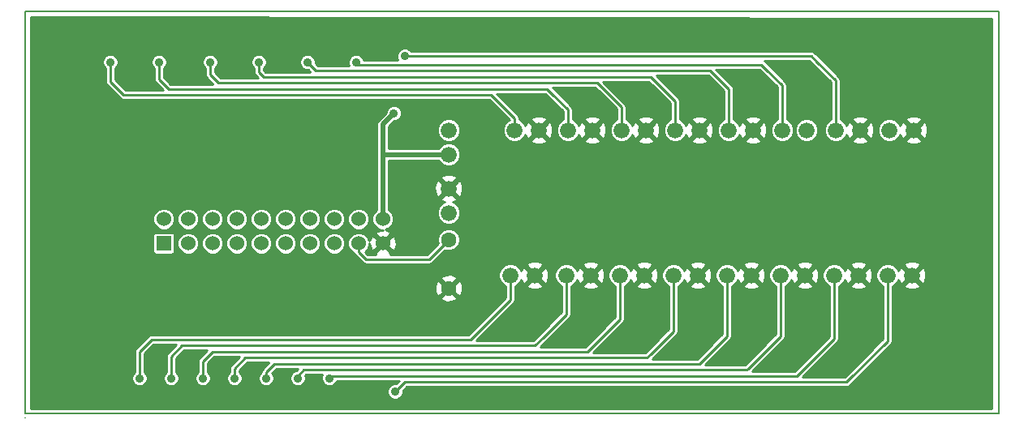
<source format=gtl>
G04 (created by PCBNEW (2013-mar-13)-testing) date mer. 23 oct. 2013 21:04:54 CEST*
%MOIN*%
G04 Gerber Fmt 3.4, Leading zero omitted, Abs format*
%FSLAX34Y34*%
G01*
G70*
G90*
G04 APERTURE LIST*
%ADD10C,0.005906*%
%ADD11R,0.060000X0.060000*%
%ADD12C,0.060000*%
%ADD13C,0.066000*%
%ADD14C,0.062900*%
%ADD15C,0.035000*%
%ADD16C,0.020000*%
%ADD17C,0.010000*%
G04 APERTURE END LIST*
G54D10*
X74000Y-29100D02*
X74000Y-45650D01*
X73400Y-29100D02*
X74000Y-29100D01*
X73400Y-45650D02*
X74000Y-45650D01*
X34000Y-29100D02*
X34000Y-45600D01*
X34000Y-29100D02*
X73400Y-29100D01*
X34000Y-45650D02*
X34000Y-45600D01*
X73400Y-45650D02*
X34000Y-45650D01*
X34000Y-45800D02*
G75*
G03X34000Y-45800I0J0D01*
G74*
G01*
X33999Y-45800D02*
X34000Y-45800D01*
X34000Y-45799D02*
X34000Y-45800D01*
G54D11*
X39700Y-38650D03*
G54D12*
X39700Y-37650D03*
X40700Y-38650D03*
X40700Y-37650D03*
X41700Y-38650D03*
X41700Y-37650D03*
X42700Y-38650D03*
X42700Y-37650D03*
X43700Y-38650D03*
X43700Y-37650D03*
X44700Y-38650D03*
X44700Y-37650D03*
X45700Y-38650D03*
X45700Y-37650D03*
X46700Y-38650D03*
X46700Y-37650D03*
X47700Y-38650D03*
X47700Y-37650D03*
X48700Y-38650D03*
X48700Y-37650D03*
G54D13*
X67230Y-39970D03*
X68230Y-39970D03*
X53930Y-39970D03*
X54930Y-39970D03*
X56230Y-39970D03*
X57230Y-39970D03*
X51400Y-37400D03*
X51400Y-36400D03*
X58430Y-39970D03*
X59430Y-39970D03*
X51400Y-35000D03*
X51400Y-34000D03*
X60630Y-39970D03*
X61630Y-39970D03*
X62830Y-39970D03*
X63830Y-39970D03*
X65030Y-39970D03*
X66030Y-39970D03*
X60700Y-34000D03*
X61700Y-34000D03*
X69430Y-39970D03*
X70430Y-39970D03*
X54100Y-34000D03*
X55100Y-34000D03*
X56300Y-34000D03*
X57300Y-34000D03*
X58500Y-34000D03*
X59500Y-34000D03*
X69500Y-34000D03*
X70500Y-34000D03*
X67300Y-34000D03*
X68300Y-34000D03*
X65100Y-34000D03*
X66100Y-34000D03*
X62900Y-34000D03*
X63900Y-34000D03*
G54D14*
X51400Y-38500D03*
X51400Y-40500D03*
G54D15*
X49150Y-33300D03*
X41600Y-31200D03*
X46500Y-44200D03*
X45200Y-44200D03*
X49200Y-44750D03*
X49600Y-30950D03*
X45600Y-31200D03*
X39500Y-31200D03*
X43600Y-31200D03*
X47600Y-31200D03*
X38700Y-44200D03*
X42600Y-44200D03*
X41300Y-44200D03*
X43900Y-44200D03*
X40000Y-44200D03*
X37500Y-31200D03*
G54D16*
X51400Y-35000D02*
X48700Y-35000D01*
X48700Y-35000D02*
X48700Y-35100D01*
X48700Y-34150D02*
X48700Y-33750D01*
X48700Y-33750D02*
X49150Y-33300D01*
X48700Y-34150D02*
X48700Y-34500D01*
X48700Y-34500D02*
X48700Y-34600D01*
X48700Y-34600D02*
X48700Y-34900D01*
X48700Y-35300D02*
X48700Y-35550D01*
X48700Y-34900D02*
X48700Y-35100D01*
X48700Y-35100D02*
X48700Y-35300D01*
X48700Y-36300D02*
X48700Y-37650D01*
X48700Y-35550D02*
X48700Y-36300D01*
G54D17*
X41950Y-32050D02*
X57500Y-32050D01*
X58500Y-33050D02*
X57700Y-32250D01*
X41950Y-32050D02*
X41600Y-31700D01*
X41600Y-31700D02*
X41600Y-31200D01*
X58500Y-33050D02*
X58500Y-34000D01*
X57500Y-32050D02*
X57700Y-32250D01*
X49600Y-44100D02*
X46600Y-44100D01*
X67230Y-39970D02*
X67230Y-42570D01*
X65700Y-44100D02*
X67230Y-42570D01*
X49600Y-44100D02*
X65700Y-44100D01*
X46600Y-44100D02*
X46500Y-44200D01*
X45200Y-44200D02*
X45200Y-44100D01*
X63700Y-43800D02*
X65030Y-42470D01*
X65030Y-42470D02*
X65030Y-39970D01*
X63650Y-43850D02*
X63700Y-43800D01*
X45450Y-43850D02*
X63650Y-43850D01*
X45200Y-44100D02*
X45450Y-43850D01*
X49200Y-44750D02*
X49600Y-44350D01*
X67750Y-44350D02*
X67850Y-44250D01*
X49600Y-44350D02*
X67750Y-44350D01*
X69430Y-39970D02*
X69430Y-42670D01*
X67850Y-44250D02*
X69430Y-42670D01*
X49600Y-30950D02*
X66300Y-30950D01*
X66550Y-31200D02*
X67300Y-31950D01*
X67300Y-31950D02*
X67300Y-34000D01*
X66300Y-30950D02*
X66550Y-31200D01*
X49600Y-30950D02*
X49650Y-31000D01*
X45950Y-31550D02*
X62150Y-31550D01*
X62350Y-31750D02*
X62900Y-32300D01*
X62900Y-32300D02*
X62900Y-34000D01*
X45600Y-31200D02*
X45950Y-31550D01*
X62150Y-31550D02*
X62350Y-31750D01*
X39900Y-32300D02*
X55450Y-32300D01*
X39500Y-31200D02*
X39500Y-31900D01*
X56300Y-33150D02*
X55650Y-32500D01*
X39900Y-32300D02*
X39500Y-31900D01*
X56300Y-33150D02*
X56300Y-34000D01*
X55450Y-32300D02*
X55650Y-32500D01*
X43800Y-31800D02*
X59700Y-31800D01*
X60700Y-32800D02*
X59900Y-32000D01*
X43800Y-31800D02*
X43600Y-31600D01*
X43600Y-31600D02*
X43600Y-31200D01*
X60700Y-32800D02*
X60700Y-34000D01*
X59700Y-31800D02*
X59900Y-32000D01*
X47700Y-31300D02*
X64250Y-31300D01*
X64450Y-31500D02*
X65100Y-32150D01*
X65100Y-32150D02*
X65100Y-34000D01*
X47600Y-31200D02*
X47700Y-31300D01*
X64250Y-31300D02*
X64450Y-31500D01*
X38700Y-44200D02*
X38700Y-43100D01*
X53930Y-40970D02*
X53930Y-39970D01*
X52700Y-42200D02*
X53930Y-40970D01*
X52300Y-42600D02*
X52700Y-42200D01*
X39200Y-42600D02*
X52300Y-42600D01*
X38700Y-43100D02*
X39200Y-42600D01*
X42600Y-44200D02*
X42600Y-43800D01*
X59700Y-43200D02*
X60630Y-42270D01*
X60630Y-42270D02*
X60630Y-39970D01*
X59550Y-43350D02*
X59700Y-43200D01*
X43050Y-43350D02*
X59550Y-43350D01*
X42600Y-43800D02*
X43050Y-43350D01*
X41300Y-44200D02*
X41300Y-43500D01*
X41300Y-43500D02*
X41700Y-43100D01*
X57300Y-42900D02*
X58430Y-41770D01*
X58430Y-41770D02*
X58430Y-39970D01*
X57100Y-43100D02*
X57300Y-42900D01*
X41700Y-43100D02*
X57100Y-43100D01*
X41300Y-44200D02*
X41300Y-43500D01*
X43900Y-44200D02*
X43900Y-43950D01*
X61800Y-43500D02*
X62830Y-42470D01*
X62830Y-42470D02*
X62830Y-39970D01*
X61700Y-43600D02*
X61800Y-43500D01*
X44250Y-43600D02*
X61700Y-43600D01*
X43900Y-43950D02*
X44250Y-43600D01*
X40000Y-43600D02*
X40000Y-43300D01*
X55300Y-42500D02*
X56230Y-41570D01*
X56230Y-39970D02*
X56230Y-41570D01*
X40000Y-44200D02*
X40000Y-43600D01*
X54950Y-42850D02*
X55300Y-42500D01*
X40450Y-42850D02*
X54950Y-42850D01*
X40000Y-43300D02*
X40450Y-42850D01*
X38050Y-32550D02*
X53150Y-32550D01*
X37500Y-31200D02*
X37500Y-32000D01*
X54100Y-33500D02*
X53350Y-32750D01*
X38050Y-32550D02*
X37500Y-32000D01*
X54100Y-33500D02*
X54100Y-34000D01*
X53150Y-32550D02*
X53350Y-32750D01*
X47700Y-38650D02*
X47700Y-39000D01*
X50600Y-39300D02*
X51400Y-38500D01*
X48000Y-39300D02*
X50600Y-39300D01*
X47700Y-39000D02*
X48000Y-39300D01*
G54D10*
G36*
X73700Y-45450D02*
X71084Y-45450D01*
X71084Y-34088D01*
X71074Y-33858D01*
X71006Y-33694D01*
X70907Y-33663D01*
X70836Y-33733D01*
X70836Y-33592D01*
X70805Y-33493D01*
X70588Y-33415D01*
X70358Y-33425D01*
X70194Y-33493D01*
X70163Y-33592D01*
X70500Y-33929D01*
X70836Y-33592D01*
X70836Y-33733D01*
X70570Y-34000D01*
X70907Y-34336D01*
X71006Y-34305D01*
X71084Y-34088D01*
X71084Y-45450D01*
X71014Y-45450D01*
X71014Y-40058D01*
X71004Y-39828D01*
X70936Y-39664D01*
X70837Y-39633D01*
X70836Y-39633D01*
X70836Y-34407D01*
X70500Y-34070D01*
X70429Y-34141D01*
X70429Y-34000D01*
X70092Y-33663D01*
X69993Y-33694D01*
X69946Y-33824D01*
X69907Y-33728D01*
X69772Y-33593D01*
X69595Y-33520D01*
X69404Y-33519D01*
X69228Y-33592D01*
X69093Y-33727D01*
X69020Y-33904D01*
X69019Y-34095D01*
X69092Y-34271D01*
X69227Y-34406D01*
X69404Y-34479D01*
X69595Y-34480D01*
X69771Y-34407D01*
X69906Y-34272D01*
X69943Y-34183D01*
X69993Y-34305D01*
X70092Y-34336D01*
X70429Y-34000D01*
X70429Y-34141D01*
X70163Y-34407D01*
X70194Y-34506D01*
X70411Y-34584D01*
X70641Y-34574D01*
X70805Y-34506D01*
X70836Y-34407D01*
X70836Y-39633D01*
X70766Y-39703D01*
X70766Y-39562D01*
X70735Y-39463D01*
X70518Y-39385D01*
X70288Y-39395D01*
X70124Y-39463D01*
X70093Y-39562D01*
X70430Y-39899D01*
X70766Y-39562D01*
X70766Y-39703D01*
X70500Y-39970D01*
X70837Y-40306D01*
X70936Y-40275D01*
X71014Y-40058D01*
X71014Y-45450D01*
X70766Y-45450D01*
X70766Y-40377D01*
X70430Y-40040D01*
X70359Y-40111D01*
X70359Y-39970D01*
X70022Y-39633D01*
X69923Y-39664D01*
X69876Y-39794D01*
X69837Y-39698D01*
X69702Y-39563D01*
X69525Y-39490D01*
X69334Y-39489D01*
X69158Y-39562D01*
X69023Y-39697D01*
X68950Y-39874D01*
X68949Y-40065D01*
X69022Y-40241D01*
X69157Y-40376D01*
X69230Y-40406D01*
X69230Y-42587D01*
X68884Y-42932D01*
X68884Y-34088D01*
X68874Y-33858D01*
X68806Y-33694D01*
X68707Y-33663D01*
X68636Y-33733D01*
X68636Y-33592D01*
X68605Y-33493D01*
X68388Y-33415D01*
X68158Y-33425D01*
X67994Y-33493D01*
X67963Y-33592D01*
X68300Y-33929D01*
X68636Y-33592D01*
X68636Y-33733D01*
X68370Y-34000D01*
X68707Y-34336D01*
X68806Y-34305D01*
X68884Y-34088D01*
X68884Y-42932D01*
X68814Y-43002D01*
X68814Y-40058D01*
X68804Y-39828D01*
X68736Y-39664D01*
X68637Y-39633D01*
X68636Y-39633D01*
X68636Y-34407D01*
X68300Y-34070D01*
X68229Y-34141D01*
X68229Y-34000D01*
X67892Y-33663D01*
X67793Y-33694D01*
X67746Y-33824D01*
X67707Y-33728D01*
X67572Y-33593D01*
X67500Y-33563D01*
X67500Y-31950D01*
X67484Y-31873D01*
X67441Y-31808D01*
X66691Y-31058D01*
X66691Y-31058D01*
X66441Y-30808D01*
X66376Y-30765D01*
X66300Y-30750D01*
X49859Y-30750D01*
X49784Y-30674D01*
X49664Y-30625D01*
X49535Y-30624D01*
X49416Y-30674D01*
X49324Y-30765D01*
X49275Y-30885D01*
X49274Y-31014D01*
X49310Y-31100D01*
X47910Y-31100D01*
X47875Y-31016D01*
X47784Y-30924D01*
X47664Y-30875D01*
X47535Y-30874D01*
X47416Y-30924D01*
X47324Y-31015D01*
X47275Y-31135D01*
X47274Y-31264D01*
X47310Y-31350D01*
X46032Y-31350D01*
X45924Y-31242D01*
X45925Y-31135D01*
X45875Y-31016D01*
X45784Y-30924D01*
X45664Y-30875D01*
X45535Y-30874D01*
X45416Y-30924D01*
X45324Y-31015D01*
X45275Y-31135D01*
X45274Y-31264D01*
X45324Y-31383D01*
X45415Y-31475D01*
X45535Y-31524D01*
X45642Y-31525D01*
X45717Y-31600D01*
X43882Y-31600D01*
X43800Y-31517D01*
X43800Y-31459D01*
X43875Y-31384D01*
X43924Y-31264D01*
X43925Y-31135D01*
X43875Y-31016D01*
X43784Y-30924D01*
X43664Y-30875D01*
X43535Y-30874D01*
X43416Y-30924D01*
X43324Y-31015D01*
X43275Y-31135D01*
X43274Y-31264D01*
X43324Y-31383D01*
X43400Y-31459D01*
X43400Y-31600D01*
X43415Y-31676D01*
X43458Y-31741D01*
X43567Y-31850D01*
X42032Y-31850D01*
X41800Y-31617D01*
X41800Y-31459D01*
X41875Y-31384D01*
X41924Y-31264D01*
X41925Y-31135D01*
X41875Y-31016D01*
X41784Y-30924D01*
X41664Y-30875D01*
X41535Y-30874D01*
X41416Y-30924D01*
X41324Y-31015D01*
X41275Y-31135D01*
X41274Y-31264D01*
X41324Y-31383D01*
X41400Y-31459D01*
X41400Y-31700D01*
X41415Y-31776D01*
X41458Y-31841D01*
X41717Y-32100D01*
X39982Y-32100D01*
X39700Y-31817D01*
X39700Y-31459D01*
X39775Y-31384D01*
X39824Y-31264D01*
X39825Y-31135D01*
X39775Y-31016D01*
X39684Y-30924D01*
X39564Y-30875D01*
X39435Y-30874D01*
X39316Y-30924D01*
X39224Y-31015D01*
X39175Y-31135D01*
X39174Y-31264D01*
X39224Y-31383D01*
X39300Y-31459D01*
X39300Y-31900D01*
X39315Y-31976D01*
X39358Y-32041D01*
X39667Y-32350D01*
X38132Y-32350D01*
X37700Y-31917D01*
X37700Y-31459D01*
X37775Y-31384D01*
X37824Y-31264D01*
X37825Y-31135D01*
X37775Y-31016D01*
X37684Y-30924D01*
X37564Y-30875D01*
X37435Y-30874D01*
X37316Y-30924D01*
X37224Y-31015D01*
X37175Y-31135D01*
X37174Y-31264D01*
X37224Y-31383D01*
X37300Y-31459D01*
X37300Y-32000D01*
X37315Y-32076D01*
X37358Y-32141D01*
X37908Y-32691D01*
X37973Y-32734D01*
X37973Y-32734D01*
X37986Y-32737D01*
X38050Y-32750D01*
X53067Y-32750D01*
X53208Y-32891D01*
X53208Y-32891D01*
X53208Y-32891D01*
X53886Y-33568D01*
X53828Y-33592D01*
X53693Y-33727D01*
X53620Y-33904D01*
X53619Y-34095D01*
X53692Y-34271D01*
X53827Y-34406D01*
X54004Y-34479D01*
X54195Y-34480D01*
X54371Y-34407D01*
X54506Y-34272D01*
X54543Y-34183D01*
X54593Y-34305D01*
X54692Y-34336D01*
X55029Y-34000D01*
X54692Y-33663D01*
X54593Y-33694D01*
X54546Y-33824D01*
X54507Y-33728D01*
X54372Y-33593D01*
X54300Y-33563D01*
X54300Y-33500D01*
X54284Y-33423D01*
X54241Y-33358D01*
X53491Y-32608D01*
X53491Y-32608D01*
X53491Y-32608D01*
X53382Y-32500D01*
X55367Y-32500D01*
X55508Y-32641D01*
X55508Y-32641D01*
X55508Y-32641D01*
X56100Y-33232D01*
X56100Y-33563D01*
X56028Y-33592D01*
X55893Y-33727D01*
X55820Y-33904D01*
X55819Y-34095D01*
X55892Y-34271D01*
X56027Y-34406D01*
X56204Y-34479D01*
X56395Y-34480D01*
X56571Y-34407D01*
X56706Y-34272D01*
X56743Y-34183D01*
X56793Y-34305D01*
X56892Y-34336D01*
X57229Y-34000D01*
X56892Y-33663D01*
X56793Y-33694D01*
X56746Y-33824D01*
X56707Y-33728D01*
X56572Y-33593D01*
X56500Y-33563D01*
X56500Y-33150D01*
X56484Y-33073D01*
X56441Y-33008D01*
X55791Y-32358D01*
X55791Y-32358D01*
X55791Y-32358D01*
X55682Y-32250D01*
X57417Y-32250D01*
X57558Y-32391D01*
X57558Y-32391D01*
X57558Y-32391D01*
X58300Y-33132D01*
X58300Y-33563D01*
X58228Y-33592D01*
X58093Y-33727D01*
X58020Y-33904D01*
X58019Y-34095D01*
X58092Y-34271D01*
X58227Y-34406D01*
X58404Y-34479D01*
X58595Y-34480D01*
X58771Y-34407D01*
X58906Y-34272D01*
X58943Y-34183D01*
X58993Y-34305D01*
X59092Y-34336D01*
X59429Y-34000D01*
X59092Y-33663D01*
X58993Y-33694D01*
X58946Y-33824D01*
X58907Y-33728D01*
X58772Y-33593D01*
X58700Y-33563D01*
X58700Y-33050D01*
X58684Y-32973D01*
X58641Y-32908D01*
X57841Y-32108D01*
X57841Y-32108D01*
X57841Y-32108D01*
X57732Y-32000D01*
X59617Y-32000D01*
X59758Y-32141D01*
X59758Y-32141D01*
X59758Y-32141D01*
X60500Y-32882D01*
X60500Y-33563D01*
X60428Y-33592D01*
X60293Y-33727D01*
X60220Y-33904D01*
X60219Y-34095D01*
X60292Y-34271D01*
X60427Y-34406D01*
X60604Y-34479D01*
X60795Y-34480D01*
X60971Y-34407D01*
X61106Y-34272D01*
X61143Y-34183D01*
X61193Y-34305D01*
X61292Y-34336D01*
X61629Y-34000D01*
X61292Y-33663D01*
X61193Y-33694D01*
X61146Y-33824D01*
X61107Y-33728D01*
X60972Y-33593D01*
X60900Y-33563D01*
X60900Y-32800D01*
X60884Y-32723D01*
X60841Y-32658D01*
X60041Y-31858D01*
X60041Y-31858D01*
X60041Y-31858D01*
X59932Y-31750D01*
X62067Y-31750D01*
X62208Y-31891D01*
X62208Y-31891D01*
X62208Y-31891D01*
X62700Y-32382D01*
X62700Y-33563D01*
X62628Y-33592D01*
X62493Y-33727D01*
X62420Y-33904D01*
X62419Y-34095D01*
X62492Y-34271D01*
X62627Y-34406D01*
X62804Y-34479D01*
X62995Y-34480D01*
X63171Y-34407D01*
X63306Y-34272D01*
X63343Y-34183D01*
X63393Y-34305D01*
X63492Y-34336D01*
X63829Y-34000D01*
X63492Y-33663D01*
X63393Y-33694D01*
X63346Y-33824D01*
X63307Y-33728D01*
X63172Y-33593D01*
X63100Y-33563D01*
X63100Y-32300D01*
X63087Y-32236D01*
X63084Y-32223D01*
X63084Y-32223D01*
X63041Y-32158D01*
X62491Y-31608D01*
X62491Y-31608D01*
X62491Y-31608D01*
X62382Y-31500D01*
X64167Y-31500D01*
X64308Y-31641D01*
X64308Y-31641D01*
X64308Y-31641D01*
X64900Y-32232D01*
X64900Y-33563D01*
X64828Y-33592D01*
X64693Y-33727D01*
X64620Y-33904D01*
X64619Y-34095D01*
X64692Y-34271D01*
X64827Y-34406D01*
X65004Y-34479D01*
X65195Y-34480D01*
X65371Y-34407D01*
X65506Y-34272D01*
X65579Y-34095D01*
X65580Y-33904D01*
X65507Y-33728D01*
X65372Y-33593D01*
X65300Y-33563D01*
X65300Y-32150D01*
X65284Y-32073D01*
X65241Y-32008D01*
X64591Y-31358D01*
X64591Y-31358D01*
X64591Y-31358D01*
X64391Y-31158D01*
X64378Y-31150D01*
X66217Y-31150D01*
X66408Y-31341D01*
X66408Y-31341D01*
X67100Y-32032D01*
X67100Y-33563D01*
X67028Y-33592D01*
X66893Y-33727D01*
X66820Y-33904D01*
X66819Y-34095D01*
X66892Y-34271D01*
X67027Y-34406D01*
X67204Y-34479D01*
X67395Y-34480D01*
X67571Y-34407D01*
X67706Y-34272D01*
X67743Y-34183D01*
X67793Y-34305D01*
X67892Y-34336D01*
X68229Y-34000D01*
X68229Y-34141D01*
X67963Y-34407D01*
X67994Y-34506D01*
X68211Y-34584D01*
X68441Y-34574D01*
X68605Y-34506D01*
X68636Y-34407D01*
X68636Y-39633D01*
X68566Y-39703D01*
X68566Y-39562D01*
X68535Y-39463D01*
X68318Y-39385D01*
X68088Y-39395D01*
X67924Y-39463D01*
X67893Y-39562D01*
X68230Y-39899D01*
X68566Y-39562D01*
X68566Y-39703D01*
X68300Y-39970D01*
X68637Y-40306D01*
X68736Y-40275D01*
X68814Y-40058D01*
X68814Y-43002D01*
X68566Y-43250D01*
X68566Y-40377D01*
X68230Y-40040D01*
X67893Y-40377D01*
X67924Y-40476D01*
X68141Y-40554D01*
X68371Y-40544D01*
X68535Y-40476D01*
X68566Y-40377D01*
X68566Y-43250D01*
X67708Y-44108D01*
X67667Y-44150D01*
X65932Y-44150D01*
X67371Y-42711D01*
X67414Y-42646D01*
X67430Y-42570D01*
X67430Y-40406D01*
X67501Y-40377D01*
X67636Y-40242D01*
X67673Y-40153D01*
X67723Y-40275D01*
X67822Y-40306D01*
X68159Y-39970D01*
X67822Y-39633D01*
X67723Y-39664D01*
X67676Y-39794D01*
X67637Y-39698D01*
X67502Y-39563D01*
X67325Y-39490D01*
X67134Y-39489D01*
X66958Y-39562D01*
X66823Y-39697D01*
X66750Y-39874D01*
X66749Y-40065D01*
X66822Y-40241D01*
X66957Y-40376D01*
X67030Y-40406D01*
X67030Y-42487D01*
X66614Y-42902D01*
X66614Y-40058D01*
X66604Y-39828D01*
X66580Y-39770D01*
X66580Y-33904D01*
X66507Y-33728D01*
X66372Y-33593D01*
X66195Y-33520D01*
X66004Y-33519D01*
X65828Y-33592D01*
X65693Y-33727D01*
X65620Y-33904D01*
X65619Y-34095D01*
X65692Y-34271D01*
X65827Y-34406D01*
X66004Y-34479D01*
X66195Y-34480D01*
X66371Y-34407D01*
X66506Y-34272D01*
X66579Y-34095D01*
X66580Y-33904D01*
X66580Y-39770D01*
X66536Y-39664D01*
X66437Y-39633D01*
X66366Y-39703D01*
X66366Y-39562D01*
X66335Y-39463D01*
X66118Y-39385D01*
X65888Y-39395D01*
X65724Y-39463D01*
X65693Y-39562D01*
X66030Y-39899D01*
X66366Y-39562D01*
X66366Y-39703D01*
X66100Y-39970D01*
X66437Y-40306D01*
X66536Y-40275D01*
X66614Y-40058D01*
X66614Y-42902D01*
X66366Y-43150D01*
X66366Y-40377D01*
X66030Y-40040D01*
X65693Y-40377D01*
X65724Y-40476D01*
X65941Y-40554D01*
X66171Y-40544D01*
X66335Y-40476D01*
X66366Y-40377D01*
X66366Y-43150D01*
X65617Y-43900D01*
X63882Y-43900D01*
X65171Y-42611D01*
X65214Y-42546D01*
X65214Y-42546D01*
X65217Y-42533D01*
X65229Y-42470D01*
X65230Y-42470D01*
X65230Y-40406D01*
X65301Y-40377D01*
X65436Y-40242D01*
X65473Y-40153D01*
X65523Y-40275D01*
X65622Y-40306D01*
X65959Y-39970D01*
X65622Y-39633D01*
X65523Y-39664D01*
X65476Y-39794D01*
X65437Y-39698D01*
X65302Y-39563D01*
X65125Y-39490D01*
X64934Y-39489D01*
X64758Y-39562D01*
X64623Y-39697D01*
X64550Y-39874D01*
X64549Y-40065D01*
X64622Y-40241D01*
X64757Y-40376D01*
X64830Y-40406D01*
X64830Y-42387D01*
X64484Y-42732D01*
X64484Y-34088D01*
X64474Y-33858D01*
X64406Y-33694D01*
X64307Y-33663D01*
X64236Y-33733D01*
X64236Y-33592D01*
X64205Y-33493D01*
X63988Y-33415D01*
X63758Y-33425D01*
X63594Y-33493D01*
X63563Y-33592D01*
X63900Y-33929D01*
X64236Y-33592D01*
X64236Y-33733D01*
X63970Y-34000D01*
X64307Y-34336D01*
X64406Y-34305D01*
X64484Y-34088D01*
X64484Y-42732D01*
X64414Y-42802D01*
X64414Y-40058D01*
X64404Y-39828D01*
X64336Y-39664D01*
X64237Y-39633D01*
X64236Y-39633D01*
X64236Y-34407D01*
X63900Y-34070D01*
X63563Y-34407D01*
X63594Y-34506D01*
X63811Y-34584D01*
X64041Y-34574D01*
X64205Y-34506D01*
X64236Y-34407D01*
X64236Y-39633D01*
X64166Y-39703D01*
X64166Y-39562D01*
X64135Y-39463D01*
X63918Y-39385D01*
X63688Y-39395D01*
X63524Y-39463D01*
X63493Y-39562D01*
X63830Y-39899D01*
X64166Y-39562D01*
X64166Y-39703D01*
X63900Y-39970D01*
X64237Y-40306D01*
X64336Y-40275D01*
X64414Y-40058D01*
X64414Y-42802D01*
X64166Y-43050D01*
X64166Y-40377D01*
X63830Y-40040D01*
X63493Y-40377D01*
X63524Y-40476D01*
X63741Y-40554D01*
X63971Y-40544D01*
X64135Y-40476D01*
X64166Y-40377D01*
X64166Y-43050D01*
X63567Y-43650D01*
X61932Y-43650D01*
X61941Y-43641D01*
X62971Y-42611D01*
X62971Y-42611D01*
X63014Y-42546D01*
X63030Y-42470D01*
X63030Y-40406D01*
X63101Y-40377D01*
X63236Y-40242D01*
X63273Y-40153D01*
X63323Y-40275D01*
X63422Y-40306D01*
X63759Y-39970D01*
X63422Y-39633D01*
X63323Y-39664D01*
X63276Y-39794D01*
X63237Y-39698D01*
X63102Y-39563D01*
X62925Y-39490D01*
X62734Y-39489D01*
X62558Y-39562D01*
X62423Y-39697D01*
X62350Y-39874D01*
X62349Y-40065D01*
X62422Y-40241D01*
X62557Y-40376D01*
X62630Y-40406D01*
X62630Y-42387D01*
X62284Y-42732D01*
X62284Y-34088D01*
X62274Y-33858D01*
X62206Y-33694D01*
X62107Y-33663D01*
X62036Y-33733D01*
X62036Y-33592D01*
X62005Y-33493D01*
X61788Y-33415D01*
X61558Y-33425D01*
X61394Y-33493D01*
X61363Y-33592D01*
X61700Y-33929D01*
X62036Y-33592D01*
X62036Y-33733D01*
X61770Y-34000D01*
X62107Y-34336D01*
X62206Y-34305D01*
X62284Y-34088D01*
X62284Y-42732D01*
X62214Y-42802D01*
X62214Y-40058D01*
X62204Y-39828D01*
X62136Y-39664D01*
X62037Y-39633D01*
X62036Y-39633D01*
X62036Y-34407D01*
X61700Y-34070D01*
X61363Y-34407D01*
X61394Y-34506D01*
X61611Y-34584D01*
X61841Y-34574D01*
X62005Y-34506D01*
X62036Y-34407D01*
X62036Y-39633D01*
X61966Y-39703D01*
X61966Y-39562D01*
X61935Y-39463D01*
X61718Y-39385D01*
X61488Y-39395D01*
X61324Y-39463D01*
X61293Y-39562D01*
X61630Y-39899D01*
X61966Y-39562D01*
X61966Y-39703D01*
X61700Y-39970D01*
X62037Y-40306D01*
X62136Y-40275D01*
X62214Y-40058D01*
X62214Y-42802D01*
X61966Y-43050D01*
X61966Y-40377D01*
X61630Y-40040D01*
X61293Y-40377D01*
X61324Y-40476D01*
X61541Y-40554D01*
X61771Y-40544D01*
X61935Y-40476D01*
X61966Y-40377D01*
X61966Y-43050D01*
X61658Y-43358D01*
X61617Y-43400D01*
X59782Y-43400D01*
X59841Y-43341D01*
X59841Y-43341D01*
X59841Y-43341D01*
X60771Y-42411D01*
X60814Y-42346D01*
X60814Y-42346D01*
X60817Y-42333D01*
X60829Y-42270D01*
X60830Y-42270D01*
X60830Y-40406D01*
X60901Y-40377D01*
X61036Y-40242D01*
X61073Y-40153D01*
X61123Y-40275D01*
X61222Y-40306D01*
X61559Y-39970D01*
X61222Y-39633D01*
X61123Y-39664D01*
X61076Y-39794D01*
X61037Y-39698D01*
X60902Y-39563D01*
X60725Y-39490D01*
X60534Y-39489D01*
X60358Y-39562D01*
X60223Y-39697D01*
X60150Y-39874D01*
X60149Y-40065D01*
X60222Y-40241D01*
X60357Y-40376D01*
X60430Y-40406D01*
X60430Y-42187D01*
X60084Y-42532D01*
X60084Y-34088D01*
X60074Y-33858D01*
X60006Y-33694D01*
X59907Y-33663D01*
X59836Y-33733D01*
X59836Y-33592D01*
X59805Y-33493D01*
X59588Y-33415D01*
X59358Y-33425D01*
X59194Y-33493D01*
X59163Y-33592D01*
X59500Y-33929D01*
X59836Y-33592D01*
X59836Y-33733D01*
X59570Y-34000D01*
X59907Y-34336D01*
X60006Y-34305D01*
X60084Y-34088D01*
X60084Y-42532D01*
X60014Y-42602D01*
X60014Y-40058D01*
X60004Y-39828D01*
X59936Y-39664D01*
X59837Y-39633D01*
X59836Y-39633D01*
X59836Y-34407D01*
X59500Y-34070D01*
X59163Y-34407D01*
X59194Y-34506D01*
X59411Y-34584D01*
X59641Y-34574D01*
X59805Y-34506D01*
X59836Y-34407D01*
X59836Y-39633D01*
X59766Y-39703D01*
X59766Y-39562D01*
X59735Y-39463D01*
X59518Y-39385D01*
X59288Y-39395D01*
X59124Y-39463D01*
X59093Y-39562D01*
X59430Y-39899D01*
X59766Y-39562D01*
X59766Y-39703D01*
X59500Y-39970D01*
X59837Y-40306D01*
X59936Y-40275D01*
X60014Y-40058D01*
X60014Y-42602D01*
X59766Y-42850D01*
X59766Y-40377D01*
X59430Y-40040D01*
X59093Y-40377D01*
X59124Y-40476D01*
X59341Y-40554D01*
X59571Y-40544D01*
X59735Y-40476D01*
X59766Y-40377D01*
X59766Y-42850D01*
X59558Y-43058D01*
X59558Y-43058D01*
X59467Y-43150D01*
X57332Y-43150D01*
X57441Y-43041D01*
X57441Y-43041D01*
X57441Y-43041D01*
X58571Y-41911D01*
X58614Y-41846D01*
X58630Y-41770D01*
X58630Y-40406D01*
X58701Y-40377D01*
X58836Y-40242D01*
X58873Y-40153D01*
X58923Y-40275D01*
X59022Y-40306D01*
X59359Y-39970D01*
X59022Y-39633D01*
X58923Y-39664D01*
X58876Y-39794D01*
X58837Y-39698D01*
X58702Y-39563D01*
X58525Y-39490D01*
X58334Y-39489D01*
X58158Y-39562D01*
X58023Y-39697D01*
X57950Y-39874D01*
X57949Y-40065D01*
X58022Y-40241D01*
X58157Y-40376D01*
X58230Y-40406D01*
X58230Y-41687D01*
X57884Y-42032D01*
X57884Y-34088D01*
X57874Y-33858D01*
X57806Y-33694D01*
X57707Y-33663D01*
X57636Y-33733D01*
X57636Y-33592D01*
X57605Y-33493D01*
X57388Y-33415D01*
X57158Y-33425D01*
X56994Y-33493D01*
X56963Y-33592D01*
X57300Y-33929D01*
X57636Y-33592D01*
X57636Y-33733D01*
X57370Y-34000D01*
X57707Y-34336D01*
X57806Y-34305D01*
X57884Y-34088D01*
X57884Y-42032D01*
X57814Y-42102D01*
X57814Y-40058D01*
X57804Y-39828D01*
X57736Y-39664D01*
X57637Y-39633D01*
X57636Y-39633D01*
X57636Y-34407D01*
X57300Y-34070D01*
X56963Y-34407D01*
X56994Y-34506D01*
X57211Y-34584D01*
X57441Y-34574D01*
X57605Y-34506D01*
X57636Y-34407D01*
X57636Y-39633D01*
X57566Y-39703D01*
X57566Y-39562D01*
X57535Y-39463D01*
X57318Y-39385D01*
X57088Y-39395D01*
X56924Y-39463D01*
X56893Y-39562D01*
X57230Y-39899D01*
X57566Y-39562D01*
X57566Y-39703D01*
X57300Y-39970D01*
X57637Y-40306D01*
X57736Y-40275D01*
X57814Y-40058D01*
X57814Y-42102D01*
X57566Y-42350D01*
X57566Y-40377D01*
X57230Y-40040D01*
X56893Y-40377D01*
X56924Y-40476D01*
X57141Y-40554D01*
X57371Y-40544D01*
X57535Y-40476D01*
X57566Y-40377D01*
X57566Y-42350D01*
X57158Y-42758D01*
X57158Y-42758D01*
X57017Y-42900D01*
X55182Y-42900D01*
X55441Y-42641D01*
X56371Y-41711D01*
X56414Y-41646D01*
X56414Y-41646D01*
X56417Y-41633D01*
X56429Y-41570D01*
X56430Y-41570D01*
X56430Y-40406D01*
X56501Y-40377D01*
X56636Y-40242D01*
X56673Y-40153D01*
X56723Y-40275D01*
X56822Y-40306D01*
X57159Y-39970D01*
X56822Y-39633D01*
X56723Y-39664D01*
X56676Y-39794D01*
X56637Y-39698D01*
X56502Y-39563D01*
X56325Y-39490D01*
X56134Y-39489D01*
X55958Y-39562D01*
X55823Y-39697D01*
X55750Y-39874D01*
X55749Y-40065D01*
X55822Y-40241D01*
X55957Y-40376D01*
X56030Y-40406D01*
X56030Y-41487D01*
X55684Y-41832D01*
X55684Y-34088D01*
X55674Y-33858D01*
X55606Y-33694D01*
X55507Y-33663D01*
X55436Y-33733D01*
X55436Y-33592D01*
X55405Y-33493D01*
X55188Y-33415D01*
X54958Y-33425D01*
X54794Y-33493D01*
X54763Y-33592D01*
X55100Y-33929D01*
X55436Y-33592D01*
X55436Y-33733D01*
X55170Y-34000D01*
X55507Y-34336D01*
X55606Y-34305D01*
X55684Y-34088D01*
X55684Y-41832D01*
X55514Y-42002D01*
X55514Y-40058D01*
X55504Y-39828D01*
X55436Y-39666D01*
X55436Y-34407D01*
X55100Y-34070D01*
X54763Y-34407D01*
X54794Y-34506D01*
X55011Y-34584D01*
X55241Y-34574D01*
X55405Y-34506D01*
X55436Y-34407D01*
X55436Y-39666D01*
X55436Y-39664D01*
X55337Y-39633D01*
X55266Y-39703D01*
X55266Y-39562D01*
X55235Y-39463D01*
X55018Y-39385D01*
X54788Y-39395D01*
X54624Y-39463D01*
X54593Y-39562D01*
X54930Y-39899D01*
X55266Y-39562D01*
X55266Y-39703D01*
X55000Y-39970D01*
X55337Y-40306D01*
X55436Y-40275D01*
X55514Y-40058D01*
X55514Y-42002D01*
X55266Y-42250D01*
X55266Y-40377D01*
X54930Y-40040D01*
X54593Y-40377D01*
X54624Y-40476D01*
X54841Y-40554D01*
X55071Y-40544D01*
X55235Y-40476D01*
X55266Y-40377D01*
X55266Y-42250D01*
X55158Y-42358D01*
X54867Y-42650D01*
X52532Y-42650D01*
X52841Y-42341D01*
X54071Y-41111D01*
X54114Y-41046D01*
X54130Y-40970D01*
X54130Y-40406D01*
X54201Y-40377D01*
X54336Y-40242D01*
X54373Y-40153D01*
X54423Y-40275D01*
X54522Y-40306D01*
X54859Y-39970D01*
X54522Y-39633D01*
X54423Y-39664D01*
X54376Y-39794D01*
X54337Y-39698D01*
X54202Y-39563D01*
X54025Y-39490D01*
X53834Y-39489D01*
X53658Y-39562D01*
X53523Y-39697D01*
X53450Y-39874D01*
X53449Y-40065D01*
X53522Y-40241D01*
X53657Y-40376D01*
X53730Y-40406D01*
X53730Y-40887D01*
X52558Y-42058D01*
X52217Y-42400D01*
X51984Y-42400D01*
X51984Y-36488D01*
X51974Y-36258D01*
X51906Y-36094D01*
X51880Y-36085D01*
X51880Y-34904D01*
X51880Y-33904D01*
X51807Y-33728D01*
X51672Y-33593D01*
X51495Y-33520D01*
X51304Y-33519D01*
X51128Y-33592D01*
X50993Y-33727D01*
X50920Y-33904D01*
X50919Y-34095D01*
X50992Y-34271D01*
X51127Y-34406D01*
X51304Y-34479D01*
X51495Y-34480D01*
X51671Y-34407D01*
X51806Y-34272D01*
X51879Y-34095D01*
X51880Y-33904D01*
X51880Y-34904D01*
X51807Y-34728D01*
X51672Y-34593D01*
X51495Y-34520D01*
X51304Y-34519D01*
X51128Y-34592D01*
X50993Y-34727D01*
X50984Y-34750D01*
X48950Y-34750D01*
X48950Y-34600D01*
X48950Y-34500D01*
X48950Y-34150D01*
X48950Y-33853D01*
X49178Y-33625D01*
X49214Y-33625D01*
X49333Y-33575D01*
X49425Y-33484D01*
X49474Y-33364D01*
X49475Y-33235D01*
X49425Y-33116D01*
X49334Y-33024D01*
X49214Y-32975D01*
X49085Y-32974D01*
X48966Y-33024D01*
X48874Y-33115D01*
X48825Y-33235D01*
X48825Y-33271D01*
X48523Y-33573D01*
X48469Y-33654D01*
X48450Y-33750D01*
X48450Y-34150D01*
X48450Y-34500D01*
X48450Y-34600D01*
X48450Y-34900D01*
X48450Y-35000D01*
X48450Y-35100D01*
X48450Y-35300D01*
X48450Y-35550D01*
X48450Y-36300D01*
X48450Y-37266D01*
X48445Y-37268D01*
X48318Y-37394D01*
X48250Y-37560D01*
X48249Y-37739D01*
X48318Y-37904D01*
X48444Y-38031D01*
X48610Y-38099D01*
X48686Y-38099D01*
X48563Y-38106D01*
X48412Y-38168D01*
X48384Y-38264D01*
X48700Y-38579D01*
X49015Y-38264D01*
X48987Y-38168D01*
X48792Y-38098D01*
X48954Y-38031D01*
X49081Y-37905D01*
X49149Y-37739D01*
X49150Y-37560D01*
X49081Y-37395D01*
X48955Y-37268D01*
X48950Y-37266D01*
X48950Y-36300D01*
X48950Y-35550D01*
X48950Y-35300D01*
X48950Y-35250D01*
X50983Y-35250D01*
X50992Y-35271D01*
X51127Y-35406D01*
X51304Y-35479D01*
X51495Y-35480D01*
X51671Y-35407D01*
X51806Y-35272D01*
X51879Y-35095D01*
X51880Y-34904D01*
X51880Y-36085D01*
X51807Y-36063D01*
X51736Y-36133D01*
X51736Y-35992D01*
X51705Y-35893D01*
X51488Y-35815D01*
X51258Y-35825D01*
X51094Y-35893D01*
X51063Y-35992D01*
X51400Y-36329D01*
X51736Y-35992D01*
X51736Y-36133D01*
X51470Y-36400D01*
X51807Y-36736D01*
X51906Y-36705D01*
X51984Y-36488D01*
X51984Y-42400D01*
X51969Y-42400D01*
X51969Y-40585D01*
X51958Y-40360D01*
X51893Y-40203D01*
X51880Y-40199D01*
X51880Y-37304D01*
X51807Y-37128D01*
X51672Y-36993D01*
X51583Y-36956D01*
X51705Y-36906D01*
X51736Y-36807D01*
X51400Y-36470D01*
X51329Y-36541D01*
X51329Y-36400D01*
X50992Y-36063D01*
X50893Y-36094D01*
X50815Y-36311D01*
X50825Y-36541D01*
X50893Y-36705D01*
X50992Y-36736D01*
X51329Y-36400D01*
X51329Y-36541D01*
X51063Y-36807D01*
X51094Y-36906D01*
X51224Y-36953D01*
X51128Y-36992D01*
X50993Y-37127D01*
X50920Y-37304D01*
X50919Y-37495D01*
X50992Y-37671D01*
X51127Y-37806D01*
X51304Y-37879D01*
X51495Y-37880D01*
X51671Y-37807D01*
X51806Y-37672D01*
X51879Y-37495D01*
X51880Y-37304D01*
X51880Y-40199D01*
X51864Y-40194D01*
X51864Y-38408D01*
X51794Y-38237D01*
X51663Y-38106D01*
X51492Y-38035D01*
X51308Y-38035D01*
X51137Y-38105D01*
X51006Y-38236D01*
X50935Y-38407D01*
X50935Y-38591D01*
X50961Y-38655D01*
X50517Y-39100D01*
X49254Y-39100D01*
X49254Y-38731D01*
X49243Y-38513D01*
X49181Y-38362D01*
X49085Y-38334D01*
X48770Y-38650D01*
X49085Y-38965D01*
X49181Y-38937D01*
X49254Y-38731D01*
X49254Y-39100D01*
X48996Y-39100D01*
X49015Y-39035D01*
X48700Y-38720D01*
X48384Y-39035D01*
X48403Y-39100D01*
X48082Y-39100D01*
X47984Y-39001D01*
X48081Y-38905D01*
X48149Y-38739D01*
X48149Y-38663D01*
X48156Y-38786D01*
X48218Y-38937D01*
X48314Y-38965D01*
X48629Y-38650D01*
X48314Y-38334D01*
X48218Y-38362D01*
X48150Y-38554D01*
X48150Y-37560D01*
X48081Y-37395D01*
X47955Y-37268D01*
X47789Y-37200D01*
X47610Y-37199D01*
X47445Y-37268D01*
X47318Y-37394D01*
X47250Y-37560D01*
X47249Y-37739D01*
X47318Y-37904D01*
X47444Y-38031D01*
X47610Y-38099D01*
X47789Y-38100D01*
X47954Y-38031D01*
X48081Y-37905D01*
X48149Y-37739D01*
X48150Y-37560D01*
X48150Y-38554D01*
X48148Y-38557D01*
X48081Y-38395D01*
X47955Y-38268D01*
X47789Y-38200D01*
X47610Y-38199D01*
X47445Y-38268D01*
X47318Y-38394D01*
X47250Y-38560D01*
X47249Y-38739D01*
X47318Y-38904D01*
X47444Y-39031D01*
X47511Y-39059D01*
X47515Y-39076D01*
X47558Y-39141D01*
X47858Y-39441D01*
X47923Y-39484D01*
X48000Y-39500D01*
X50600Y-39500D01*
X50676Y-39484D01*
X50741Y-39441D01*
X51244Y-38938D01*
X51307Y-38964D01*
X51491Y-38964D01*
X51662Y-38894D01*
X51793Y-38763D01*
X51864Y-38592D01*
X51864Y-38408D01*
X51864Y-40194D01*
X51796Y-40174D01*
X51725Y-40245D01*
X51725Y-40103D01*
X51696Y-40006D01*
X51485Y-39930D01*
X51260Y-39941D01*
X51103Y-40006D01*
X51074Y-40103D01*
X51400Y-40429D01*
X51725Y-40103D01*
X51725Y-40245D01*
X51470Y-40500D01*
X51796Y-40825D01*
X51893Y-40796D01*
X51969Y-40585D01*
X51969Y-42400D01*
X51725Y-42400D01*
X51725Y-40896D01*
X51400Y-40570D01*
X51329Y-40641D01*
X51329Y-40500D01*
X51003Y-40174D01*
X50906Y-40203D01*
X50830Y-40414D01*
X50841Y-40639D01*
X50906Y-40796D01*
X51003Y-40825D01*
X51329Y-40500D01*
X51329Y-40641D01*
X51074Y-40896D01*
X51103Y-40993D01*
X51314Y-41069D01*
X51539Y-41058D01*
X51696Y-40993D01*
X51725Y-40896D01*
X51725Y-42400D01*
X47150Y-42400D01*
X47150Y-38560D01*
X47150Y-37560D01*
X47081Y-37395D01*
X46955Y-37268D01*
X46789Y-37200D01*
X46610Y-37199D01*
X46445Y-37268D01*
X46318Y-37394D01*
X46250Y-37560D01*
X46249Y-37739D01*
X46318Y-37904D01*
X46444Y-38031D01*
X46610Y-38099D01*
X46789Y-38100D01*
X46954Y-38031D01*
X47081Y-37905D01*
X47149Y-37739D01*
X47150Y-37560D01*
X47150Y-38560D01*
X47081Y-38395D01*
X46955Y-38268D01*
X46789Y-38200D01*
X46610Y-38199D01*
X46445Y-38268D01*
X46318Y-38394D01*
X46250Y-38560D01*
X46249Y-38739D01*
X46318Y-38904D01*
X46444Y-39031D01*
X46610Y-39099D01*
X46789Y-39100D01*
X46954Y-39031D01*
X47081Y-38905D01*
X47149Y-38739D01*
X47150Y-38560D01*
X47150Y-42400D01*
X46150Y-42400D01*
X46150Y-38560D01*
X46150Y-37560D01*
X46081Y-37395D01*
X45955Y-37268D01*
X45789Y-37200D01*
X45610Y-37199D01*
X45445Y-37268D01*
X45318Y-37394D01*
X45250Y-37560D01*
X45249Y-37739D01*
X45318Y-37904D01*
X45444Y-38031D01*
X45610Y-38099D01*
X45789Y-38100D01*
X45954Y-38031D01*
X46081Y-37905D01*
X46149Y-37739D01*
X46150Y-37560D01*
X46150Y-38560D01*
X46081Y-38395D01*
X45955Y-38268D01*
X45789Y-38200D01*
X45610Y-38199D01*
X45445Y-38268D01*
X45318Y-38394D01*
X45250Y-38560D01*
X45249Y-38739D01*
X45318Y-38904D01*
X45444Y-39031D01*
X45610Y-39099D01*
X45789Y-39100D01*
X45954Y-39031D01*
X46081Y-38905D01*
X46149Y-38739D01*
X46150Y-38560D01*
X46150Y-42400D01*
X45150Y-42400D01*
X45150Y-38560D01*
X45150Y-37560D01*
X45081Y-37395D01*
X44955Y-37268D01*
X44789Y-37200D01*
X44610Y-37199D01*
X44445Y-37268D01*
X44318Y-37394D01*
X44250Y-37560D01*
X44249Y-37739D01*
X44318Y-37904D01*
X44444Y-38031D01*
X44610Y-38099D01*
X44789Y-38100D01*
X44954Y-38031D01*
X45081Y-37905D01*
X45149Y-37739D01*
X45150Y-37560D01*
X45150Y-38560D01*
X45081Y-38395D01*
X44955Y-38268D01*
X44789Y-38200D01*
X44610Y-38199D01*
X44445Y-38268D01*
X44318Y-38394D01*
X44250Y-38560D01*
X44249Y-38739D01*
X44318Y-38904D01*
X44444Y-39031D01*
X44610Y-39099D01*
X44789Y-39100D01*
X44954Y-39031D01*
X45081Y-38905D01*
X45149Y-38739D01*
X45150Y-38560D01*
X45150Y-42400D01*
X44150Y-42400D01*
X44150Y-38560D01*
X44150Y-37560D01*
X44081Y-37395D01*
X43955Y-37268D01*
X43789Y-37200D01*
X43610Y-37199D01*
X43445Y-37268D01*
X43318Y-37394D01*
X43250Y-37560D01*
X43249Y-37739D01*
X43318Y-37904D01*
X43444Y-38031D01*
X43610Y-38099D01*
X43789Y-38100D01*
X43954Y-38031D01*
X44081Y-37905D01*
X44149Y-37739D01*
X44150Y-37560D01*
X44150Y-38560D01*
X44081Y-38395D01*
X43955Y-38268D01*
X43789Y-38200D01*
X43610Y-38199D01*
X43445Y-38268D01*
X43318Y-38394D01*
X43250Y-38560D01*
X43249Y-38739D01*
X43318Y-38904D01*
X43444Y-39031D01*
X43610Y-39099D01*
X43789Y-39100D01*
X43954Y-39031D01*
X44081Y-38905D01*
X44149Y-38739D01*
X44150Y-38560D01*
X44150Y-42400D01*
X43150Y-42400D01*
X43150Y-38560D01*
X43150Y-37560D01*
X43081Y-37395D01*
X42955Y-37268D01*
X42789Y-37200D01*
X42610Y-37199D01*
X42445Y-37268D01*
X42318Y-37394D01*
X42250Y-37560D01*
X42249Y-37739D01*
X42318Y-37904D01*
X42444Y-38031D01*
X42610Y-38099D01*
X42789Y-38100D01*
X42954Y-38031D01*
X43081Y-37905D01*
X43149Y-37739D01*
X43150Y-37560D01*
X43150Y-38560D01*
X43081Y-38395D01*
X42955Y-38268D01*
X42789Y-38200D01*
X42610Y-38199D01*
X42445Y-38268D01*
X42318Y-38394D01*
X42250Y-38560D01*
X42249Y-38739D01*
X42318Y-38904D01*
X42444Y-39031D01*
X42610Y-39099D01*
X42789Y-39100D01*
X42954Y-39031D01*
X43081Y-38905D01*
X43149Y-38739D01*
X43150Y-38560D01*
X43150Y-42400D01*
X42150Y-42400D01*
X42150Y-38560D01*
X42150Y-37560D01*
X42081Y-37395D01*
X41955Y-37268D01*
X41789Y-37200D01*
X41610Y-37199D01*
X41445Y-37268D01*
X41318Y-37394D01*
X41250Y-37560D01*
X41249Y-37739D01*
X41318Y-37904D01*
X41444Y-38031D01*
X41610Y-38099D01*
X41789Y-38100D01*
X41954Y-38031D01*
X42081Y-37905D01*
X42149Y-37739D01*
X42150Y-37560D01*
X42150Y-38560D01*
X42081Y-38395D01*
X41955Y-38268D01*
X41789Y-38200D01*
X41610Y-38199D01*
X41445Y-38268D01*
X41318Y-38394D01*
X41250Y-38560D01*
X41249Y-38739D01*
X41318Y-38904D01*
X41444Y-39031D01*
X41610Y-39099D01*
X41789Y-39100D01*
X41954Y-39031D01*
X42081Y-38905D01*
X42149Y-38739D01*
X42150Y-38560D01*
X42150Y-42400D01*
X41150Y-42400D01*
X41150Y-38560D01*
X41150Y-37560D01*
X41081Y-37395D01*
X40955Y-37268D01*
X40789Y-37200D01*
X40610Y-37199D01*
X40445Y-37268D01*
X40318Y-37394D01*
X40250Y-37560D01*
X40249Y-37739D01*
X40318Y-37904D01*
X40444Y-38031D01*
X40610Y-38099D01*
X40789Y-38100D01*
X40954Y-38031D01*
X41081Y-37905D01*
X41149Y-37739D01*
X41150Y-37560D01*
X41150Y-38560D01*
X41081Y-38395D01*
X40955Y-38268D01*
X40789Y-38200D01*
X40610Y-38199D01*
X40445Y-38268D01*
X40318Y-38394D01*
X40250Y-38560D01*
X40249Y-38739D01*
X40318Y-38904D01*
X40444Y-39031D01*
X40610Y-39099D01*
X40789Y-39100D01*
X40954Y-39031D01*
X41081Y-38905D01*
X41149Y-38739D01*
X41150Y-38560D01*
X41150Y-42400D01*
X40150Y-42400D01*
X40150Y-37560D01*
X40081Y-37395D01*
X39955Y-37268D01*
X39789Y-37200D01*
X39610Y-37199D01*
X39445Y-37268D01*
X39318Y-37394D01*
X39250Y-37560D01*
X39249Y-37739D01*
X39318Y-37904D01*
X39444Y-38031D01*
X39610Y-38099D01*
X39789Y-38100D01*
X39954Y-38031D01*
X40081Y-37905D01*
X40149Y-37739D01*
X40150Y-37560D01*
X40150Y-42400D01*
X40150Y-42400D01*
X40150Y-38979D01*
X40150Y-38920D01*
X40150Y-38320D01*
X40127Y-38265D01*
X40084Y-38222D01*
X40029Y-38200D01*
X39970Y-38200D01*
X39370Y-38200D01*
X39315Y-38222D01*
X39272Y-38265D01*
X39250Y-38320D01*
X39250Y-38379D01*
X39250Y-38979D01*
X39272Y-39034D01*
X39315Y-39077D01*
X39370Y-39100D01*
X39429Y-39100D01*
X40029Y-39100D01*
X40084Y-39077D01*
X40127Y-39034D01*
X40150Y-38979D01*
X40150Y-42400D01*
X39200Y-42400D01*
X39136Y-42412D01*
X39123Y-42415D01*
X39058Y-42458D01*
X38558Y-42958D01*
X38515Y-43023D01*
X38500Y-43100D01*
X38500Y-43940D01*
X38424Y-44015D01*
X38375Y-44135D01*
X38374Y-44264D01*
X38424Y-44383D01*
X38515Y-44475D01*
X38635Y-44524D01*
X38764Y-44525D01*
X38883Y-44475D01*
X38975Y-44384D01*
X39024Y-44264D01*
X39025Y-44135D01*
X38975Y-44016D01*
X38900Y-43940D01*
X38900Y-43182D01*
X39282Y-42800D01*
X40217Y-42800D01*
X39858Y-43158D01*
X39815Y-43223D01*
X39800Y-43300D01*
X39800Y-43600D01*
X39800Y-43940D01*
X39724Y-44015D01*
X39675Y-44135D01*
X39674Y-44264D01*
X39724Y-44383D01*
X39815Y-44475D01*
X39935Y-44524D01*
X40064Y-44525D01*
X40183Y-44475D01*
X40275Y-44384D01*
X40324Y-44264D01*
X40325Y-44135D01*
X40275Y-44016D01*
X40200Y-43940D01*
X40200Y-43600D01*
X40200Y-43382D01*
X40532Y-43050D01*
X41467Y-43050D01*
X41158Y-43358D01*
X41115Y-43423D01*
X41100Y-43500D01*
X41100Y-43940D01*
X41024Y-44015D01*
X40975Y-44135D01*
X40974Y-44264D01*
X41024Y-44383D01*
X41115Y-44475D01*
X41235Y-44524D01*
X41364Y-44525D01*
X41483Y-44475D01*
X41575Y-44384D01*
X41624Y-44264D01*
X41625Y-44135D01*
X41575Y-44016D01*
X41500Y-43940D01*
X41500Y-43582D01*
X41782Y-43300D01*
X42817Y-43300D01*
X42458Y-43658D01*
X42415Y-43723D01*
X42400Y-43800D01*
X42400Y-43940D01*
X42324Y-44015D01*
X42275Y-44135D01*
X42274Y-44264D01*
X42324Y-44383D01*
X42415Y-44475D01*
X42535Y-44524D01*
X42664Y-44525D01*
X42783Y-44475D01*
X42875Y-44384D01*
X42924Y-44264D01*
X42925Y-44135D01*
X42875Y-44016D01*
X42800Y-43940D01*
X42800Y-43882D01*
X43132Y-43550D01*
X44017Y-43550D01*
X43758Y-43808D01*
X43715Y-43873D01*
X43702Y-43938D01*
X43624Y-44015D01*
X43575Y-44135D01*
X43574Y-44264D01*
X43624Y-44383D01*
X43715Y-44475D01*
X43835Y-44524D01*
X43964Y-44525D01*
X44083Y-44475D01*
X44175Y-44384D01*
X44224Y-44264D01*
X44225Y-44135D01*
X44175Y-44016D01*
X44146Y-43986D01*
X44332Y-43800D01*
X45217Y-43800D01*
X45142Y-43874D01*
X45135Y-43874D01*
X45016Y-43924D01*
X44924Y-44015D01*
X44875Y-44135D01*
X44874Y-44264D01*
X44924Y-44383D01*
X45015Y-44475D01*
X45135Y-44524D01*
X45264Y-44525D01*
X45383Y-44475D01*
X45475Y-44384D01*
X45524Y-44264D01*
X45525Y-44135D01*
X45502Y-44080D01*
X45532Y-44050D01*
X46210Y-44050D01*
X46175Y-44135D01*
X46174Y-44264D01*
X46224Y-44383D01*
X46315Y-44475D01*
X46435Y-44524D01*
X46564Y-44525D01*
X46683Y-44475D01*
X46775Y-44384D01*
X46810Y-44300D01*
X49367Y-44300D01*
X49242Y-44425D01*
X49135Y-44424D01*
X49016Y-44474D01*
X48924Y-44565D01*
X48875Y-44685D01*
X48874Y-44814D01*
X48924Y-44933D01*
X49015Y-45025D01*
X49135Y-45074D01*
X49264Y-45075D01*
X49383Y-45025D01*
X49475Y-44934D01*
X49524Y-44814D01*
X49525Y-44707D01*
X49682Y-44550D01*
X67750Y-44550D01*
X67826Y-44534D01*
X67891Y-44491D01*
X67991Y-44391D01*
X69571Y-42811D01*
X69614Y-42746D01*
X69630Y-42670D01*
X69630Y-40406D01*
X69701Y-40377D01*
X69836Y-40242D01*
X69873Y-40153D01*
X69923Y-40275D01*
X70022Y-40306D01*
X70359Y-39970D01*
X70359Y-40111D01*
X70093Y-40377D01*
X70124Y-40476D01*
X70341Y-40554D01*
X70571Y-40544D01*
X70735Y-40476D01*
X70766Y-40377D01*
X70766Y-45450D01*
X34250Y-45450D01*
X34250Y-29350D01*
X73700Y-29399D01*
X73700Y-45450D01*
X73700Y-45450D01*
G37*
G54D17*
X73700Y-45450D02*
X71084Y-45450D01*
X71084Y-34088D01*
X71074Y-33858D01*
X71006Y-33694D01*
X70907Y-33663D01*
X70836Y-33733D01*
X70836Y-33592D01*
X70805Y-33493D01*
X70588Y-33415D01*
X70358Y-33425D01*
X70194Y-33493D01*
X70163Y-33592D01*
X70500Y-33929D01*
X70836Y-33592D01*
X70836Y-33733D01*
X70570Y-34000D01*
X70907Y-34336D01*
X71006Y-34305D01*
X71084Y-34088D01*
X71084Y-45450D01*
X71014Y-45450D01*
X71014Y-40058D01*
X71004Y-39828D01*
X70936Y-39664D01*
X70837Y-39633D01*
X70836Y-39633D01*
X70836Y-34407D01*
X70500Y-34070D01*
X70429Y-34141D01*
X70429Y-34000D01*
X70092Y-33663D01*
X69993Y-33694D01*
X69946Y-33824D01*
X69907Y-33728D01*
X69772Y-33593D01*
X69595Y-33520D01*
X69404Y-33519D01*
X69228Y-33592D01*
X69093Y-33727D01*
X69020Y-33904D01*
X69019Y-34095D01*
X69092Y-34271D01*
X69227Y-34406D01*
X69404Y-34479D01*
X69595Y-34480D01*
X69771Y-34407D01*
X69906Y-34272D01*
X69943Y-34183D01*
X69993Y-34305D01*
X70092Y-34336D01*
X70429Y-34000D01*
X70429Y-34141D01*
X70163Y-34407D01*
X70194Y-34506D01*
X70411Y-34584D01*
X70641Y-34574D01*
X70805Y-34506D01*
X70836Y-34407D01*
X70836Y-39633D01*
X70766Y-39703D01*
X70766Y-39562D01*
X70735Y-39463D01*
X70518Y-39385D01*
X70288Y-39395D01*
X70124Y-39463D01*
X70093Y-39562D01*
X70430Y-39899D01*
X70766Y-39562D01*
X70766Y-39703D01*
X70500Y-39970D01*
X70837Y-40306D01*
X70936Y-40275D01*
X71014Y-40058D01*
X71014Y-45450D01*
X70766Y-45450D01*
X70766Y-40377D01*
X70430Y-40040D01*
X70359Y-40111D01*
X70359Y-39970D01*
X70022Y-39633D01*
X69923Y-39664D01*
X69876Y-39794D01*
X69837Y-39698D01*
X69702Y-39563D01*
X69525Y-39490D01*
X69334Y-39489D01*
X69158Y-39562D01*
X69023Y-39697D01*
X68950Y-39874D01*
X68949Y-40065D01*
X69022Y-40241D01*
X69157Y-40376D01*
X69230Y-40406D01*
X69230Y-42587D01*
X68884Y-42932D01*
X68884Y-34088D01*
X68874Y-33858D01*
X68806Y-33694D01*
X68707Y-33663D01*
X68636Y-33733D01*
X68636Y-33592D01*
X68605Y-33493D01*
X68388Y-33415D01*
X68158Y-33425D01*
X67994Y-33493D01*
X67963Y-33592D01*
X68300Y-33929D01*
X68636Y-33592D01*
X68636Y-33733D01*
X68370Y-34000D01*
X68707Y-34336D01*
X68806Y-34305D01*
X68884Y-34088D01*
X68884Y-42932D01*
X68814Y-43002D01*
X68814Y-40058D01*
X68804Y-39828D01*
X68736Y-39664D01*
X68637Y-39633D01*
X68636Y-39633D01*
X68636Y-34407D01*
X68300Y-34070D01*
X68229Y-34141D01*
X68229Y-34000D01*
X67892Y-33663D01*
X67793Y-33694D01*
X67746Y-33824D01*
X67707Y-33728D01*
X67572Y-33593D01*
X67500Y-33563D01*
X67500Y-31950D01*
X67484Y-31873D01*
X67441Y-31808D01*
X66691Y-31058D01*
X66691Y-31058D01*
X66441Y-30808D01*
X66376Y-30765D01*
X66300Y-30750D01*
X49859Y-30750D01*
X49784Y-30674D01*
X49664Y-30625D01*
X49535Y-30624D01*
X49416Y-30674D01*
X49324Y-30765D01*
X49275Y-30885D01*
X49274Y-31014D01*
X49310Y-31100D01*
X47910Y-31100D01*
X47875Y-31016D01*
X47784Y-30924D01*
X47664Y-30875D01*
X47535Y-30874D01*
X47416Y-30924D01*
X47324Y-31015D01*
X47275Y-31135D01*
X47274Y-31264D01*
X47310Y-31350D01*
X46032Y-31350D01*
X45924Y-31242D01*
X45925Y-31135D01*
X45875Y-31016D01*
X45784Y-30924D01*
X45664Y-30875D01*
X45535Y-30874D01*
X45416Y-30924D01*
X45324Y-31015D01*
X45275Y-31135D01*
X45274Y-31264D01*
X45324Y-31383D01*
X45415Y-31475D01*
X45535Y-31524D01*
X45642Y-31525D01*
X45717Y-31600D01*
X43882Y-31600D01*
X43800Y-31517D01*
X43800Y-31459D01*
X43875Y-31384D01*
X43924Y-31264D01*
X43925Y-31135D01*
X43875Y-31016D01*
X43784Y-30924D01*
X43664Y-30875D01*
X43535Y-30874D01*
X43416Y-30924D01*
X43324Y-31015D01*
X43275Y-31135D01*
X43274Y-31264D01*
X43324Y-31383D01*
X43400Y-31459D01*
X43400Y-31600D01*
X43415Y-31676D01*
X43458Y-31741D01*
X43567Y-31850D01*
X42032Y-31850D01*
X41800Y-31617D01*
X41800Y-31459D01*
X41875Y-31384D01*
X41924Y-31264D01*
X41925Y-31135D01*
X41875Y-31016D01*
X41784Y-30924D01*
X41664Y-30875D01*
X41535Y-30874D01*
X41416Y-30924D01*
X41324Y-31015D01*
X41275Y-31135D01*
X41274Y-31264D01*
X41324Y-31383D01*
X41400Y-31459D01*
X41400Y-31700D01*
X41415Y-31776D01*
X41458Y-31841D01*
X41717Y-32100D01*
X39982Y-32100D01*
X39700Y-31817D01*
X39700Y-31459D01*
X39775Y-31384D01*
X39824Y-31264D01*
X39825Y-31135D01*
X39775Y-31016D01*
X39684Y-30924D01*
X39564Y-30875D01*
X39435Y-30874D01*
X39316Y-30924D01*
X39224Y-31015D01*
X39175Y-31135D01*
X39174Y-31264D01*
X39224Y-31383D01*
X39300Y-31459D01*
X39300Y-31900D01*
X39315Y-31976D01*
X39358Y-32041D01*
X39667Y-32350D01*
X38132Y-32350D01*
X37700Y-31917D01*
X37700Y-31459D01*
X37775Y-31384D01*
X37824Y-31264D01*
X37825Y-31135D01*
X37775Y-31016D01*
X37684Y-30924D01*
X37564Y-30875D01*
X37435Y-30874D01*
X37316Y-30924D01*
X37224Y-31015D01*
X37175Y-31135D01*
X37174Y-31264D01*
X37224Y-31383D01*
X37300Y-31459D01*
X37300Y-32000D01*
X37315Y-32076D01*
X37358Y-32141D01*
X37908Y-32691D01*
X37973Y-32734D01*
X37973Y-32734D01*
X37986Y-32737D01*
X38050Y-32750D01*
X53067Y-32750D01*
X53208Y-32891D01*
X53208Y-32891D01*
X53208Y-32891D01*
X53886Y-33568D01*
X53828Y-33592D01*
X53693Y-33727D01*
X53620Y-33904D01*
X53619Y-34095D01*
X53692Y-34271D01*
X53827Y-34406D01*
X54004Y-34479D01*
X54195Y-34480D01*
X54371Y-34407D01*
X54506Y-34272D01*
X54543Y-34183D01*
X54593Y-34305D01*
X54692Y-34336D01*
X55029Y-34000D01*
X54692Y-33663D01*
X54593Y-33694D01*
X54546Y-33824D01*
X54507Y-33728D01*
X54372Y-33593D01*
X54300Y-33563D01*
X54300Y-33500D01*
X54284Y-33423D01*
X54241Y-33358D01*
X53491Y-32608D01*
X53491Y-32608D01*
X53491Y-32608D01*
X53382Y-32500D01*
X55367Y-32500D01*
X55508Y-32641D01*
X55508Y-32641D01*
X55508Y-32641D01*
X56100Y-33232D01*
X56100Y-33563D01*
X56028Y-33592D01*
X55893Y-33727D01*
X55820Y-33904D01*
X55819Y-34095D01*
X55892Y-34271D01*
X56027Y-34406D01*
X56204Y-34479D01*
X56395Y-34480D01*
X56571Y-34407D01*
X56706Y-34272D01*
X56743Y-34183D01*
X56793Y-34305D01*
X56892Y-34336D01*
X57229Y-34000D01*
X56892Y-33663D01*
X56793Y-33694D01*
X56746Y-33824D01*
X56707Y-33728D01*
X56572Y-33593D01*
X56500Y-33563D01*
X56500Y-33150D01*
X56484Y-33073D01*
X56441Y-33008D01*
X55791Y-32358D01*
X55791Y-32358D01*
X55791Y-32358D01*
X55682Y-32250D01*
X57417Y-32250D01*
X57558Y-32391D01*
X57558Y-32391D01*
X57558Y-32391D01*
X58300Y-33132D01*
X58300Y-33563D01*
X58228Y-33592D01*
X58093Y-33727D01*
X58020Y-33904D01*
X58019Y-34095D01*
X58092Y-34271D01*
X58227Y-34406D01*
X58404Y-34479D01*
X58595Y-34480D01*
X58771Y-34407D01*
X58906Y-34272D01*
X58943Y-34183D01*
X58993Y-34305D01*
X59092Y-34336D01*
X59429Y-34000D01*
X59092Y-33663D01*
X58993Y-33694D01*
X58946Y-33824D01*
X58907Y-33728D01*
X58772Y-33593D01*
X58700Y-33563D01*
X58700Y-33050D01*
X58684Y-32973D01*
X58641Y-32908D01*
X57841Y-32108D01*
X57841Y-32108D01*
X57841Y-32108D01*
X57732Y-32000D01*
X59617Y-32000D01*
X59758Y-32141D01*
X59758Y-32141D01*
X59758Y-32141D01*
X60500Y-32882D01*
X60500Y-33563D01*
X60428Y-33592D01*
X60293Y-33727D01*
X60220Y-33904D01*
X60219Y-34095D01*
X60292Y-34271D01*
X60427Y-34406D01*
X60604Y-34479D01*
X60795Y-34480D01*
X60971Y-34407D01*
X61106Y-34272D01*
X61143Y-34183D01*
X61193Y-34305D01*
X61292Y-34336D01*
X61629Y-34000D01*
X61292Y-33663D01*
X61193Y-33694D01*
X61146Y-33824D01*
X61107Y-33728D01*
X60972Y-33593D01*
X60900Y-33563D01*
X60900Y-32800D01*
X60884Y-32723D01*
X60841Y-32658D01*
X60041Y-31858D01*
X60041Y-31858D01*
X60041Y-31858D01*
X59932Y-31750D01*
X62067Y-31750D01*
X62208Y-31891D01*
X62208Y-31891D01*
X62208Y-31891D01*
X62700Y-32382D01*
X62700Y-33563D01*
X62628Y-33592D01*
X62493Y-33727D01*
X62420Y-33904D01*
X62419Y-34095D01*
X62492Y-34271D01*
X62627Y-34406D01*
X62804Y-34479D01*
X62995Y-34480D01*
X63171Y-34407D01*
X63306Y-34272D01*
X63343Y-34183D01*
X63393Y-34305D01*
X63492Y-34336D01*
X63829Y-34000D01*
X63492Y-33663D01*
X63393Y-33694D01*
X63346Y-33824D01*
X63307Y-33728D01*
X63172Y-33593D01*
X63100Y-33563D01*
X63100Y-32300D01*
X63087Y-32236D01*
X63084Y-32223D01*
X63084Y-32223D01*
X63041Y-32158D01*
X62491Y-31608D01*
X62491Y-31608D01*
X62491Y-31608D01*
X62382Y-31500D01*
X64167Y-31500D01*
X64308Y-31641D01*
X64308Y-31641D01*
X64308Y-31641D01*
X64900Y-32232D01*
X64900Y-33563D01*
X64828Y-33592D01*
X64693Y-33727D01*
X64620Y-33904D01*
X64619Y-34095D01*
X64692Y-34271D01*
X64827Y-34406D01*
X65004Y-34479D01*
X65195Y-34480D01*
X65371Y-34407D01*
X65506Y-34272D01*
X65579Y-34095D01*
X65580Y-33904D01*
X65507Y-33728D01*
X65372Y-33593D01*
X65300Y-33563D01*
X65300Y-32150D01*
X65284Y-32073D01*
X65241Y-32008D01*
X64591Y-31358D01*
X64591Y-31358D01*
X64591Y-31358D01*
X64391Y-31158D01*
X64378Y-31150D01*
X66217Y-31150D01*
X66408Y-31341D01*
X66408Y-31341D01*
X67100Y-32032D01*
X67100Y-33563D01*
X67028Y-33592D01*
X66893Y-33727D01*
X66820Y-33904D01*
X66819Y-34095D01*
X66892Y-34271D01*
X67027Y-34406D01*
X67204Y-34479D01*
X67395Y-34480D01*
X67571Y-34407D01*
X67706Y-34272D01*
X67743Y-34183D01*
X67793Y-34305D01*
X67892Y-34336D01*
X68229Y-34000D01*
X68229Y-34141D01*
X67963Y-34407D01*
X67994Y-34506D01*
X68211Y-34584D01*
X68441Y-34574D01*
X68605Y-34506D01*
X68636Y-34407D01*
X68636Y-39633D01*
X68566Y-39703D01*
X68566Y-39562D01*
X68535Y-39463D01*
X68318Y-39385D01*
X68088Y-39395D01*
X67924Y-39463D01*
X67893Y-39562D01*
X68230Y-39899D01*
X68566Y-39562D01*
X68566Y-39703D01*
X68300Y-39970D01*
X68637Y-40306D01*
X68736Y-40275D01*
X68814Y-40058D01*
X68814Y-43002D01*
X68566Y-43250D01*
X68566Y-40377D01*
X68230Y-40040D01*
X67893Y-40377D01*
X67924Y-40476D01*
X68141Y-40554D01*
X68371Y-40544D01*
X68535Y-40476D01*
X68566Y-40377D01*
X68566Y-43250D01*
X67708Y-44108D01*
X67667Y-44150D01*
X65932Y-44150D01*
X67371Y-42711D01*
X67414Y-42646D01*
X67430Y-42570D01*
X67430Y-40406D01*
X67501Y-40377D01*
X67636Y-40242D01*
X67673Y-40153D01*
X67723Y-40275D01*
X67822Y-40306D01*
X68159Y-39970D01*
X67822Y-39633D01*
X67723Y-39664D01*
X67676Y-39794D01*
X67637Y-39698D01*
X67502Y-39563D01*
X67325Y-39490D01*
X67134Y-39489D01*
X66958Y-39562D01*
X66823Y-39697D01*
X66750Y-39874D01*
X66749Y-40065D01*
X66822Y-40241D01*
X66957Y-40376D01*
X67030Y-40406D01*
X67030Y-42487D01*
X66614Y-42902D01*
X66614Y-40058D01*
X66604Y-39828D01*
X66580Y-39770D01*
X66580Y-33904D01*
X66507Y-33728D01*
X66372Y-33593D01*
X66195Y-33520D01*
X66004Y-33519D01*
X65828Y-33592D01*
X65693Y-33727D01*
X65620Y-33904D01*
X65619Y-34095D01*
X65692Y-34271D01*
X65827Y-34406D01*
X66004Y-34479D01*
X66195Y-34480D01*
X66371Y-34407D01*
X66506Y-34272D01*
X66579Y-34095D01*
X66580Y-33904D01*
X66580Y-39770D01*
X66536Y-39664D01*
X66437Y-39633D01*
X66366Y-39703D01*
X66366Y-39562D01*
X66335Y-39463D01*
X66118Y-39385D01*
X65888Y-39395D01*
X65724Y-39463D01*
X65693Y-39562D01*
X66030Y-39899D01*
X66366Y-39562D01*
X66366Y-39703D01*
X66100Y-39970D01*
X66437Y-40306D01*
X66536Y-40275D01*
X66614Y-40058D01*
X66614Y-42902D01*
X66366Y-43150D01*
X66366Y-40377D01*
X66030Y-40040D01*
X65693Y-40377D01*
X65724Y-40476D01*
X65941Y-40554D01*
X66171Y-40544D01*
X66335Y-40476D01*
X66366Y-40377D01*
X66366Y-43150D01*
X65617Y-43900D01*
X63882Y-43900D01*
X65171Y-42611D01*
X65214Y-42546D01*
X65214Y-42546D01*
X65217Y-42533D01*
X65229Y-42470D01*
X65230Y-42470D01*
X65230Y-40406D01*
X65301Y-40377D01*
X65436Y-40242D01*
X65473Y-40153D01*
X65523Y-40275D01*
X65622Y-40306D01*
X65959Y-39970D01*
X65622Y-39633D01*
X65523Y-39664D01*
X65476Y-39794D01*
X65437Y-39698D01*
X65302Y-39563D01*
X65125Y-39490D01*
X64934Y-39489D01*
X64758Y-39562D01*
X64623Y-39697D01*
X64550Y-39874D01*
X64549Y-40065D01*
X64622Y-40241D01*
X64757Y-40376D01*
X64830Y-40406D01*
X64830Y-42387D01*
X64484Y-42732D01*
X64484Y-34088D01*
X64474Y-33858D01*
X64406Y-33694D01*
X64307Y-33663D01*
X64236Y-33733D01*
X64236Y-33592D01*
X64205Y-33493D01*
X63988Y-33415D01*
X63758Y-33425D01*
X63594Y-33493D01*
X63563Y-33592D01*
X63900Y-33929D01*
X64236Y-33592D01*
X64236Y-33733D01*
X63970Y-34000D01*
X64307Y-34336D01*
X64406Y-34305D01*
X64484Y-34088D01*
X64484Y-42732D01*
X64414Y-42802D01*
X64414Y-40058D01*
X64404Y-39828D01*
X64336Y-39664D01*
X64237Y-39633D01*
X64236Y-39633D01*
X64236Y-34407D01*
X63900Y-34070D01*
X63563Y-34407D01*
X63594Y-34506D01*
X63811Y-34584D01*
X64041Y-34574D01*
X64205Y-34506D01*
X64236Y-34407D01*
X64236Y-39633D01*
X64166Y-39703D01*
X64166Y-39562D01*
X64135Y-39463D01*
X63918Y-39385D01*
X63688Y-39395D01*
X63524Y-39463D01*
X63493Y-39562D01*
X63830Y-39899D01*
X64166Y-39562D01*
X64166Y-39703D01*
X63900Y-39970D01*
X64237Y-40306D01*
X64336Y-40275D01*
X64414Y-40058D01*
X64414Y-42802D01*
X64166Y-43050D01*
X64166Y-40377D01*
X63830Y-40040D01*
X63493Y-40377D01*
X63524Y-40476D01*
X63741Y-40554D01*
X63971Y-40544D01*
X64135Y-40476D01*
X64166Y-40377D01*
X64166Y-43050D01*
X63567Y-43650D01*
X61932Y-43650D01*
X61941Y-43641D01*
X62971Y-42611D01*
X62971Y-42611D01*
X63014Y-42546D01*
X63030Y-42470D01*
X63030Y-40406D01*
X63101Y-40377D01*
X63236Y-40242D01*
X63273Y-40153D01*
X63323Y-40275D01*
X63422Y-40306D01*
X63759Y-39970D01*
X63422Y-39633D01*
X63323Y-39664D01*
X63276Y-39794D01*
X63237Y-39698D01*
X63102Y-39563D01*
X62925Y-39490D01*
X62734Y-39489D01*
X62558Y-39562D01*
X62423Y-39697D01*
X62350Y-39874D01*
X62349Y-40065D01*
X62422Y-40241D01*
X62557Y-40376D01*
X62630Y-40406D01*
X62630Y-42387D01*
X62284Y-42732D01*
X62284Y-34088D01*
X62274Y-33858D01*
X62206Y-33694D01*
X62107Y-33663D01*
X62036Y-33733D01*
X62036Y-33592D01*
X62005Y-33493D01*
X61788Y-33415D01*
X61558Y-33425D01*
X61394Y-33493D01*
X61363Y-33592D01*
X61700Y-33929D01*
X62036Y-33592D01*
X62036Y-33733D01*
X61770Y-34000D01*
X62107Y-34336D01*
X62206Y-34305D01*
X62284Y-34088D01*
X62284Y-42732D01*
X62214Y-42802D01*
X62214Y-40058D01*
X62204Y-39828D01*
X62136Y-39664D01*
X62037Y-39633D01*
X62036Y-39633D01*
X62036Y-34407D01*
X61700Y-34070D01*
X61363Y-34407D01*
X61394Y-34506D01*
X61611Y-34584D01*
X61841Y-34574D01*
X62005Y-34506D01*
X62036Y-34407D01*
X62036Y-39633D01*
X61966Y-39703D01*
X61966Y-39562D01*
X61935Y-39463D01*
X61718Y-39385D01*
X61488Y-39395D01*
X61324Y-39463D01*
X61293Y-39562D01*
X61630Y-39899D01*
X61966Y-39562D01*
X61966Y-39703D01*
X61700Y-39970D01*
X62037Y-40306D01*
X62136Y-40275D01*
X62214Y-40058D01*
X62214Y-42802D01*
X61966Y-43050D01*
X61966Y-40377D01*
X61630Y-40040D01*
X61293Y-40377D01*
X61324Y-40476D01*
X61541Y-40554D01*
X61771Y-40544D01*
X61935Y-40476D01*
X61966Y-40377D01*
X61966Y-43050D01*
X61658Y-43358D01*
X61617Y-43400D01*
X59782Y-43400D01*
X59841Y-43341D01*
X59841Y-43341D01*
X59841Y-43341D01*
X60771Y-42411D01*
X60814Y-42346D01*
X60814Y-42346D01*
X60817Y-42333D01*
X60829Y-42270D01*
X60830Y-42270D01*
X60830Y-40406D01*
X60901Y-40377D01*
X61036Y-40242D01*
X61073Y-40153D01*
X61123Y-40275D01*
X61222Y-40306D01*
X61559Y-39970D01*
X61222Y-39633D01*
X61123Y-39664D01*
X61076Y-39794D01*
X61037Y-39698D01*
X60902Y-39563D01*
X60725Y-39490D01*
X60534Y-39489D01*
X60358Y-39562D01*
X60223Y-39697D01*
X60150Y-39874D01*
X60149Y-40065D01*
X60222Y-40241D01*
X60357Y-40376D01*
X60430Y-40406D01*
X60430Y-42187D01*
X60084Y-42532D01*
X60084Y-34088D01*
X60074Y-33858D01*
X60006Y-33694D01*
X59907Y-33663D01*
X59836Y-33733D01*
X59836Y-33592D01*
X59805Y-33493D01*
X59588Y-33415D01*
X59358Y-33425D01*
X59194Y-33493D01*
X59163Y-33592D01*
X59500Y-33929D01*
X59836Y-33592D01*
X59836Y-33733D01*
X59570Y-34000D01*
X59907Y-34336D01*
X60006Y-34305D01*
X60084Y-34088D01*
X60084Y-42532D01*
X60014Y-42602D01*
X60014Y-40058D01*
X60004Y-39828D01*
X59936Y-39664D01*
X59837Y-39633D01*
X59836Y-39633D01*
X59836Y-34407D01*
X59500Y-34070D01*
X59163Y-34407D01*
X59194Y-34506D01*
X59411Y-34584D01*
X59641Y-34574D01*
X59805Y-34506D01*
X59836Y-34407D01*
X59836Y-39633D01*
X59766Y-39703D01*
X59766Y-39562D01*
X59735Y-39463D01*
X59518Y-39385D01*
X59288Y-39395D01*
X59124Y-39463D01*
X59093Y-39562D01*
X59430Y-39899D01*
X59766Y-39562D01*
X59766Y-39703D01*
X59500Y-39970D01*
X59837Y-40306D01*
X59936Y-40275D01*
X60014Y-40058D01*
X60014Y-42602D01*
X59766Y-42850D01*
X59766Y-40377D01*
X59430Y-40040D01*
X59093Y-40377D01*
X59124Y-40476D01*
X59341Y-40554D01*
X59571Y-40544D01*
X59735Y-40476D01*
X59766Y-40377D01*
X59766Y-42850D01*
X59558Y-43058D01*
X59558Y-43058D01*
X59467Y-43150D01*
X57332Y-43150D01*
X57441Y-43041D01*
X57441Y-43041D01*
X57441Y-43041D01*
X58571Y-41911D01*
X58614Y-41846D01*
X58630Y-41770D01*
X58630Y-40406D01*
X58701Y-40377D01*
X58836Y-40242D01*
X58873Y-40153D01*
X58923Y-40275D01*
X59022Y-40306D01*
X59359Y-39970D01*
X59022Y-39633D01*
X58923Y-39664D01*
X58876Y-39794D01*
X58837Y-39698D01*
X58702Y-39563D01*
X58525Y-39490D01*
X58334Y-39489D01*
X58158Y-39562D01*
X58023Y-39697D01*
X57950Y-39874D01*
X57949Y-40065D01*
X58022Y-40241D01*
X58157Y-40376D01*
X58230Y-40406D01*
X58230Y-41687D01*
X57884Y-42032D01*
X57884Y-34088D01*
X57874Y-33858D01*
X57806Y-33694D01*
X57707Y-33663D01*
X57636Y-33733D01*
X57636Y-33592D01*
X57605Y-33493D01*
X57388Y-33415D01*
X57158Y-33425D01*
X56994Y-33493D01*
X56963Y-33592D01*
X57300Y-33929D01*
X57636Y-33592D01*
X57636Y-33733D01*
X57370Y-34000D01*
X57707Y-34336D01*
X57806Y-34305D01*
X57884Y-34088D01*
X57884Y-42032D01*
X57814Y-42102D01*
X57814Y-40058D01*
X57804Y-39828D01*
X57736Y-39664D01*
X57637Y-39633D01*
X57636Y-39633D01*
X57636Y-34407D01*
X57300Y-34070D01*
X56963Y-34407D01*
X56994Y-34506D01*
X57211Y-34584D01*
X57441Y-34574D01*
X57605Y-34506D01*
X57636Y-34407D01*
X57636Y-39633D01*
X57566Y-39703D01*
X57566Y-39562D01*
X57535Y-39463D01*
X57318Y-39385D01*
X57088Y-39395D01*
X56924Y-39463D01*
X56893Y-39562D01*
X57230Y-39899D01*
X57566Y-39562D01*
X57566Y-39703D01*
X57300Y-39970D01*
X57637Y-40306D01*
X57736Y-40275D01*
X57814Y-40058D01*
X57814Y-42102D01*
X57566Y-42350D01*
X57566Y-40377D01*
X57230Y-40040D01*
X56893Y-40377D01*
X56924Y-40476D01*
X57141Y-40554D01*
X57371Y-40544D01*
X57535Y-40476D01*
X57566Y-40377D01*
X57566Y-42350D01*
X57158Y-42758D01*
X57158Y-42758D01*
X57017Y-42900D01*
X55182Y-42900D01*
X55441Y-42641D01*
X56371Y-41711D01*
X56414Y-41646D01*
X56414Y-41646D01*
X56417Y-41633D01*
X56429Y-41570D01*
X56430Y-41570D01*
X56430Y-40406D01*
X56501Y-40377D01*
X56636Y-40242D01*
X56673Y-40153D01*
X56723Y-40275D01*
X56822Y-40306D01*
X57159Y-39970D01*
X56822Y-39633D01*
X56723Y-39664D01*
X56676Y-39794D01*
X56637Y-39698D01*
X56502Y-39563D01*
X56325Y-39490D01*
X56134Y-39489D01*
X55958Y-39562D01*
X55823Y-39697D01*
X55750Y-39874D01*
X55749Y-40065D01*
X55822Y-40241D01*
X55957Y-40376D01*
X56030Y-40406D01*
X56030Y-41487D01*
X55684Y-41832D01*
X55684Y-34088D01*
X55674Y-33858D01*
X55606Y-33694D01*
X55507Y-33663D01*
X55436Y-33733D01*
X55436Y-33592D01*
X55405Y-33493D01*
X55188Y-33415D01*
X54958Y-33425D01*
X54794Y-33493D01*
X54763Y-33592D01*
X55100Y-33929D01*
X55436Y-33592D01*
X55436Y-33733D01*
X55170Y-34000D01*
X55507Y-34336D01*
X55606Y-34305D01*
X55684Y-34088D01*
X55684Y-41832D01*
X55514Y-42002D01*
X55514Y-40058D01*
X55504Y-39828D01*
X55436Y-39666D01*
X55436Y-34407D01*
X55100Y-34070D01*
X54763Y-34407D01*
X54794Y-34506D01*
X55011Y-34584D01*
X55241Y-34574D01*
X55405Y-34506D01*
X55436Y-34407D01*
X55436Y-39666D01*
X55436Y-39664D01*
X55337Y-39633D01*
X55266Y-39703D01*
X55266Y-39562D01*
X55235Y-39463D01*
X55018Y-39385D01*
X54788Y-39395D01*
X54624Y-39463D01*
X54593Y-39562D01*
X54930Y-39899D01*
X55266Y-39562D01*
X55266Y-39703D01*
X55000Y-39970D01*
X55337Y-40306D01*
X55436Y-40275D01*
X55514Y-40058D01*
X55514Y-42002D01*
X55266Y-42250D01*
X55266Y-40377D01*
X54930Y-40040D01*
X54593Y-40377D01*
X54624Y-40476D01*
X54841Y-40554D01*
X55071Y-40544D01*
X55235Y-40476D01*
X55266Y-40377D01*
X55266Y-42250D01*
X55158Y-42358D01*
X54867Y-42650D01*
X52532Y-42650D01*
X52841Y-42341D01*
X54071Y-41111D01*
X54114Y-41046D01*
X54130Y-40970D01*
X54130Y-40406D01*
X54201Y-40377D01*
X54336Y-40242D01*
X54373Y-40153D01*
X54423Y-40275D01*
X54522Y-40306D01*
X54859Y-39970D01*
X54522Y-39633D01*
X54423Y-39664D01*
X54376Y-39794D01*
X54337Y-39698D01*
X54202Y-39563D01*
X54025Y-39490D01*
X53834Y-39489D01*
X53658Y-39562D01*
X53523Y-39697D01*
X53450Y-39874D01*
X53449Y-40065D01*
X53522Y-40241D01*
X53657Y-40376D01*
X53730Y-40406D01*
X53730Y-40887D01*
X52558Y-42058D01*
X52217Y-42400D01*
X51984Y-42400D01*
X51984Y-36488D01*
X51974Y-36258D01*
X51906Y-36094D01*
X51880Y-36085D01*
X51880Y-34904D01*
X51880Y-33904D01*
X51807Y-33728D01*
X51672Y-33593D01*
X51495Y-33520D01*
X51304Y-33519D01*
X51128Y-33592D01*
X50993Y-33727D01*
X50920Y-33904D01*
X50919Y-34095D01*
X50992Y-34271D01*
X51127Y-34406D01*
X51304Y-34479D01*
X51495Y-34480D01*
X51671Y-34407D01*
X51806Y-34272D01*
X51879Y-34095D01*
X51880Y-33904D01*
X51880Y-34904D01*
X51807Y-34728D01*
X51672Y-34593D01*
X51495Y-34520D01*
X51304Y-34519D01*
X51128Y-34592D01*
X50993Y-34727D01*
X50984Y-34750D01*
X48950Y-34750D01*
X48950Y-34600D01*
X48950Y-34500D01*
X48950Y-34150D01*
X48950Y-33853D01*
X49178Y-33625D01*
X49214Y-33625D01*
X49333Y-33575D01*
X49425Y-33484D01*
X49474Y-33364D01*
X49475Y-33235D01*
X49425Y-33116D01*
X49334Y-33024D01*
X49214Y-32975D01*
X49085Y-32974D01*
X48966Y-33024D01*
X48874Y-33115D01*
X48825Y-33235D01*
X48825Y-33271D01*
X48523Y-33573D01*
X48469Y-33654D01*
X48450Y-33750D01*
X48450Y-34150D01*
X48450Y-34500D01*
X48450Y-34600D01*
X48450Y-34900D01*
X48450Y-35000D01*
X48450Y-35100D01*
X48450Y-35300D01*
X48450Y-35550D01*
X48450Y-36300D01*
X48450Y-37266D01*
X48445Y-37268D01*
X48318Y-37394D01*
X48250Y-37560D01*
X48249Y-37739D01*
X48318Y-37904D01*
X48444Y-38031D01*
X48610Y-38099D01*
X48686Y-38099D01*
X48563Y-38106D01*
X48412Y-38168D01*
X48384Y-38264D01*
X48700Y-38579D01*
X49015Y-38264D01*
X48987Y-38168D01*
X48792Y-38098D01*
X48954Y-38031D01*
X49081Y-37905D01*
X49149Y-37739D01*
X49150Y-37560D01*
X49081Y-37395D01*
X48955Y-37268D01*
X48950Y-37266D01*
X48950Y-36300D01*
X48950Y-35550D01*
X48950Y-35300D01*
X48950Y-35250D01*
X50983Y-35250D01*
X50992Y-35271D01*
X51127Y-35406D01*
X51304Y-35479D01*
X51495Y-35480D01*
X51671Y-35407D01*
X51806Y-35272D01*
X51879Y-35095D01*
X51880Y-34904D01*
X51880Y-36085D01*
X51807Y-36063D01*
X51736Y-36133D01*
X51736Y-35992D01*
X51705Y-35893D01*
X51488Y-35815D01*
X51258Y-35825D01*
X51094Y-35893D01*
X51063Y-35992D01*
X51400Y-36329D01*
X51736Y-35992D01*
X51736Y-36133D01*
X51470Y-36400D01*
X51807Y-36736D01*
X51906Y-36705D01*
X51984Y-36488D01*
X51984Y-42400D01*
X51969Y-42400D01*
X51969Y-40585D01*
X51958Y-40360D01*
X51893Y-40203D01*
X51880Y-40199D01*
X51880Y-37304D01*
X51807Y-37128D01*
X51672Y-36993D01*
X51583Y-36956D01*
X51705Y-36906D01*
X51736Y-36807D01*
X51400Y-36470D01*
X51329Y-36541D01*
X51329Y-36400D01*
X50992Y-36063D01*
X50893Y-36094D01*
X50815Y-36311D01*
X50825Y-36541D01*
X50893Y-36705D01*
X50992Y-36736D01*
X51329Y-36400D01*
X51329Y-36541D01*
X51063Y-36807D01*
X51094Y-36906D01*
X51224Y-36953D01*
X51128Y-36992D01*
X50993Y-37127D01*
X50920Y-37304D01*
X50919Y-37495D01*
X50992Y-37671D01*
X51127Y-37806D01*
X51304Y-37879D01*
X51495Y-37880D01*
X51671Y-37807D01*
X51806Y-37672D01*
X51879Y-37495D01*
X51880Y-37304D01*
X51880Y-40199D01*
X51864Y-40194D01*
X51864Y-38408D01*
X51794Y-38237D01*
X51663Y-38106D01*
X51492Y-38035D01*
X51308Y-38035D01*
X51137Y-38105D01*
X51006Y-38236D01*
X50935Y-38407D01*
X50935Y-38591D01*
X50961Y-38655D01*
X50517Y-39100D01*
X49254Y-39100D01*
X49254Y-38731D01*
X49243Y-38513D01*
X49181Y-38362D01*
X49085Y-38334D01*
X48770Y-38650D01*
X49085Y-38965D01*
X49181Y-38937D01*
X49254Y-38731D01*
X49254Y-39100D01*
X48996Y-39100D01*
X49015Y-39035D01*
X48700Y-38720D01*
X48384Y-39035D01*
X48403Y-39100D01*
X48082Y-39100D01*
X47984Y-39001D01*
X48081Y-38905D01*
X48149Y-38739D01*
X48149Y-38663D01*
X48156Y-38786D01*
X48218Y-38937D01*
X48314Y-38965D01*
X48629Y-38650D01*
X48314Y-38334D01*
X48218Y-38362D01*
X48150Y-38554D01*
X48150Y-37560D01*
X48081Y-37395D01*
X47955Y-37268D01*
X47789Y-37200D01*
X47610Y-37199D01*
X47445Y-37268D01*
X47318Y-37394D01*
X47250Y-37560D01*
X47249Y-37739D01*
X47318Y-37904D01*
X47444Y-38031D01*
X47610Y-38099D01*
X47789Y-38100D01*
X47954Y-38031D01*
X48081Y-37905D01*
X48149Y-37739D01*
X48150Y-37560D01*
X48150Y-38554D01*
X48148Y-38557D01*
X48081Y-38395D01*
X47955Y-38268D01*
X47789Y-38200D01*
X47610Y-38199D01*
X47445Y-38268D01*
X47318Y-38394D01*
X47250Y-38560D01*
X47249Y-38739D01*
X47318Y-38904D01*
X47444Y-39031D01*
X47511Y-39059D01*
X47515Y-39076D01*
X47558Y-39141D01*
X47858Y-39441D01*
X47923Y-39484D01*
X48000Y-39500D01*
X50600Y-39500D01*
X50676Y-39484D01*
X50741Y-39441D01*
X51244Y-38938D01*
X51307Y-38964D01*
X51491Y-38964D01*
X51662Y-38894D01*
X51793Y-38763D01*
X51864Y-38592D01*
X51864Y-38408D01*
X51864Y-40194D01*
X51796Y-40174D01*
X51725Y-40245D01*
X51725Y-40103D01*
X51696Y-40006D01*
X51485Y-39930D01*
X51260Y-39941D01*
X51103Y-40006D01*
X51074Y-40103D01*
X51400Y-40429D01*
X51725Y-40103D01*
X51725Y-40245D01*
X51470Y-40500D01*
X51796Y-40825D01*
X51893Y-40796D01*
X51969Y-40585D01*
X51969Y-42400D01*
X51725Y-42400D01*
X51725Y-40896D01*
X51400Y-40570D01*
X51329Y-40641D01*
X51329Y-40500D01*
X51003Y-40174D01*
X50906Y-40203D01*
X50830Y-40414D01*
X50841Y-40639D01*
X50906Y-40796D01*
X51003Y-40825D01*
X51329Y-40500D01*
X51329Y-40641D01*
X51074Y-40896D01*
X51103Y-40993D01*
X51314Y-41069D01*
X51539Y-41058D01*
X51696Y-40993D01*
X51725Y-40896D01*
X51725Y-42400D01*
X47150Y-42400D01*
X47150Y-38560D01*
X47150Y-37560D01*
X47081Y-37395D01*
X46955Y-37268D01*
X46789Y-37200D01*
X46610Y-37199D01*
X46445Y-37268D01*
X46318Y-37394D01*
X46250Y-37560D01*
X46249Y-37739D01*
X46318Y-37904D01*
X46444Y-38031D01*
X46610Y-38099D01*
X46789Y-38100D01*
X46954Y-38031D01*
X47081Y-37905D01*
X47149Y-37739D01*
X47150Y-37560D01*
X47150Y-38560D01*
X47081Y-38395D01*
X46955Y-38268D01*
X46789Y-38200D01*
X46610Y-38199D01*
X46445Y-38268D01*
X46318Y-38394D01*
X46250Y-38560D01*
X46249Y-38739D01*
X46318Y-38904D01*
X46444Y-39031D01*
X46610Y-39099D01*
X46789Y-39100D01*
X46954Y-39031D01*
X47081Y-38905D01*
X47149Y-38739D01*
X47150Y-38560D01*
X47150Y-42400D01*
X46150Y-42400D01*
X46150Y-38560D01*
X46150Y-37560D01*
X46081Y-37395D01*
X45955Y-37268D01*
X45789Y-37200D01*
X45610Y-37199D01*
X45445Y-37268D01*
X45318Y-37394D01*
X45250Y-37560D01*
X45249Y-37739D01*
X45318Y-37904D01*
X45444Y-38031D01*
X45610Y-38099D01*
X45789Y-38100D01*
X45954Y-38031D01*
X46081Y-37905D01*
X46149Y-37739D01*
X46150Y-37560D01*
X46150Y-38560D01*
X46081Y-38395D01*
X45955Y-38268D01*
X45789Y-38200D01*
X45610Y-38199D01*
X45445Y-38268D01*
X45318Y-38394D01*
X45250Y-38560D01*
X45249Y-38739D01*
X45318Y-38904D01*
X45444Y-39031D01*
X45610Y-39099D01*
X45789Y-39100D01*
X45954Y-39031D01*
X46081Y-38905D01*
X46149Y-38739D01*
X46150Y-38560D01*
X46150Y-42400D01*
X45150Y-42400D01*
X45150Y-38560D01*
X45150Y-37560D01*
X45081Y-37395D01*
X44955Y-37268D01*
X44789Y-37200D01*
X44610Y-37199D01*
X44445Y-37268D01*
X44318Y-37394D01*
X44250Y-37560D01*
X44249Y-37739D01*
X44318Y-37904D01*
X44444Y-38031D01*
X44610Y-38099D01*
X44789Y-38100D01*
X44954Y-38031D01*
X45081Y-37905D01*
X45149Y-37739D01*
X45150Y-37560D01*
X45150Y-38560D01*
X45081Y-38395D01*
X44955Y-38268D01*
X44789Y-38200D01*
X44610Y-38199D01*
X44445Y-38268D01*
X44318Y-38394D01*
X44250Y-38560D01*
X44249Y-38739D01*
X44318Y-38904D01*
X44444Y-39031D01*
X44610Y-39099D01*
X44789Y-39100D01*
X44954Y-39031D01*
X45081Y-38905D01*
X45149Y-38739D01*
X45150Y-38560D01*
X45150Y-42400D01*
X44150Y-42400D01*
X44150Y-38560D01*
X44150Y-37560D01*
X44081Y-37395D01*
X43955Y-37268D01*
X43789Y-37200D01*
X43610Y-37199D01*
X43445Y-37268D01*
X43318Y-37394D01*
X43250Y-37560D01*
X43249Y-37739D01*
X43318Y-37904D01*
X43444Y-38031D01*
X43610Y-38099D01*
X43789Y-38100D01*
X43954Y-38031D01*
X44081Y-37905D01*
X44149Y-37739D01*
X44150Y-37560D01*
X44150Y-38560D01*
X44081Y-38395D01*
X43955Y-38268D01*
X43789Y-38200D01*
X43610Y-38199D01*
X43445Y-38268D01*
X43318Y-38394D01*
X43250Y-38560D01*
X43249Y-38739D01*
X43318Y-38904D01*
X43444Y-39031D01*
X43610Y-39099D01*
X43789Y-39100D01*
X43954Y-39031D01*
X44081Y-38905D01*
X44149Y-38739D01*
X44150Y-38560D01*
X44150Y-42400D01*
X43150Y-42400D01*
X43150Y-38560D01*
X43150Y-37560D01*
X43081Y-37395D01*
X42955Y-37268D01*
X42789Y-37200D01*
X42610Y-37199D01*
X42445Y-37268D01*
X42318Y-37394D01*
X42250Y-37560D01*
X42249Y-37739D01*
X42318Y-37904D01*
X42444Y-38031D01*
X42610Y-38099D01*
X42789Y-38100D01*
X42954Y-38031D01*
X43081Y-37905D01*
X43149Y-37739D01*
X43150Y-37560D01*
X43150Y-38560D01*
X43081Y-38395D01*
X42955Y-38268D01*
X42789Y-38200D01*
X42610Y-38199D01*
X42445Y-38268D01*
X42318Y-38394D01*
X42250Y-38560D01*
X42249Y-38739D01*
X42318Y-38904D01*
X42444Y-39031D01*
X42610Y-39099D01*
X42789Y-39100D01*
X42954Y-39031D01*
X43081Y-38905D01*
X43149Y-38739D01*
X43150Y-38560D01*
X43150Y-42400D01*
X42150Y-42400D01*
X42150Y-38560D01*
X42150Y-37560D01*
X42081Y-37395D01*
X41955Y-37268D01*
X41789Y-37200D01*
X41610Y-37199D01*
X41445Y-37268D01*
X41318Y-37394D01*
X41250Y-37560D01*
X41249Y-37739D01*
X41318Y-37904D01*
X41444Y-38031D01*
X41610Y-38099D01*
X41789Y-38100D01*
X41954Y-38031D01*
X42081Y-37905D01*
X42149Y-37739D01*
X42150Y-37560D01*
X42150Y-38560D01*
X42081Y-38395D01*
X41955Y-38268D01*
X41789Y-38200D01*
X41610Y-38199D01*
X41445Y-38268D01*
X41318Y-38394D01*
X41250Y-38560D01*
X41249Y-38739D01*
X41318Y-38904D01*
X41444Y-39031D01*
X41610Y-39099D01*
X41789Y-39100D01*
X41954Y-39031D01*
X42081Y-38905D01*
X42149Y-38739D01*
X42150Y-38560D01*
X42150Y-42400D01*
X41150Y-42400D01*
X41150Y-38560D01*
X41150Y-37560D01*
X41081Y-37395D01*
X40955Y-37268D01*
X40789Y-37200D01*
X40610Y-37199D01*
X40445Y-37268D01*
X40318Y-37394D01*
X40250Y-37560D01*
X40249Y-37739D01*
X40318Y-37904D01*
X40444Y-38031D01*
X40610Y-38099D01*
X40789Y-38100D01*
X40954Y-38031D01*
X41081Y-37905D01*
X41149Y-37739D01*
X41150Y-37560D01*
X41150Y-38560D01*
X41081Y-38395D01*
X40955Y-38268D01*
X40789Y-38200D01*
X40610Y-38199D01*
X40445Y-38268D01*
X40318Y-38394D01*
X40250Y-38560D01*
X40249Y-38739D01*
X40318Y-38904D01*
X40444Y-39031D01*
X40610Y-39099D01*
X40789Y-39100D01*
X40954Y-39031D01*
X41081Y-38905D01*
X41149Y-38739D01*
X41150Y-38560D01*
X41150Y-42400D01*
X40150Y-42400D01*
X40150Y-37560D01*
X40081Y-37395D01*
X39955Y-37268D01*
X39789Y-37200D01*
X39610Y-37199D01*
X39445Y-37268D01*
X39318Y-37394D01*
X39250Y-37560D01*
X39249Y-37739D01*
X39318Y-37904D01*
X39444Y-38031D01*
X39610Y-38099D01*
X39789Y-38100D01*
X39954Y-38031D01*
X40081Y-37905D01*
X40149Y-37739D01*
X40150Y-37560D01*
X40150Y-42400D01*
X40150Y-42400D01*
X40150Y-38979D01*
X40150Y-38920D01*
X40150Y-38320D01*
X40127Y-38265D01*
X40084Y-38222D01*
X40029Y-38200D01*
X39970Y-38200D01*
X39370Y-38200D01*
X39315Y-38222D01*
X39272Y-38265D01*
X39250Y-38320D01*
X39250Y-38379D01*
X39250Y-38979D01*
X39272Y-39034D01*
X39315Y-39077D01*
X39370Y-39100D01*
X39429Y-39100D01*
X40029Y-39100D01*
X40084Y-39077D01*
X40127Y-39034D01*
X40150Y-38979D01*
X40150Y-42400D01*
X39200Y-42400D01*
X39136Y-42412D01*
X39123Y-42415D01*
X39058Y-42458D01*
X38558Y-42958D01*
X38515Y-43023D01*
X38500Y-43100D01*
X38500Y-43940D01*
X38424Y-44015D01*
X38375Y-44135D01*
X38374Y-44264D01*
X38424Y-44383D01*
X38515Y-44475D01*
X38635Y-44524D01*
X38764Y-44525D01*
X38883Y-44475D01*
X38975Y-44384D01*
X39024Y-44264D01*
X39025Y-44135D01*
X38975Y-44016D01*
X38900Y-43940D01*
X38900Y-43182D01*
X39282Y-42800D01*
X40217Y-42800D01*
X39858Y-43158D01*
X39815Y-43223D01*
X39800Y-43300D01*
X39800Y-43600D01*
X39800Y-43940D01*
X39724Y-44015D01*
X39675Y-44135D01*
X39674Y-44264D01*
X39724Y-44383D01*
X39815Y-44475D01*
X39935Y-44524D01*
X40064Y-44525D01*
X40183Y-44475D01*
X40275Y-44384D01*
X40324Y-44264D01*
X40325Y-44135D01*
X40275Y-44016D01*
X40200Y-43940D01*
X40200Y-43600D01*
X40200Y-43382D01*
X40532Y-43050D01*
X41467Y-43050D01*
X41158Y-43358D01*
X41115Y-43423D01*
X41100Y-43500D01*
X41100Y-43940D01*
X41024Y-44015D01*
X40975Y-44135D01*
X40974Y-44264D01*
X41024Y-44383D01*
X41115Y-44475D01*
X41235Y-44524D01*
X41364Y-44525D01*
X41483Y-44475D01*
X41575Y-44384D01*
X41624Y-44264D01*
X41625Y-44135D01*
X41575Y-44016D01*
X41500Y-43940D01*
X41500Y-43582D01*
X41782Y-43300D01*
X42817Y-43300D01*
X42458Y-43658D01*
X42415Y-43723D01*
X42400Y-43800D01*
X42400Y-43940D01*
X42324Y-44015D01*
X42275Y-44135D01*
X42274Y-44264D01*
X42324Y-44383D01*
X42415Y-44475D01*
X42535Y-44524D01*
X42664Y-44525D01*
X42783Y-44475D01*
X42875Y-44384D01*
X42924Y-44264D01*
X42925Y-44135D01*
X42875Y-44016D01*
X42800Y-43940D01*
X42800Y-43882D01*
X43132Y-43550D01*
X44017Y-43550D01*
X43758Y-43808D01*
X43715Y-43873D01*
X43702Y-43938D01*
X43624Y-44015D01*
X43575Y-44135D01*
X43574Y-44264D01*
X43624Y-44383D01*
X43715Y-44475D01*
X43835Y-44524D01*
X43964Y-44525D01*
X44083Y-44475D01*
X44175Y-44384D01*
X44224Y-44264D01*
X44225Y-44135D01*
X44175Y-44016D01*
X44146Y-43986D01*
X44332Y-43800D01*
X45217Y-43800D01*
X45142Y-43874D01*
X45135Y-43874D01*
X45016Y-43924D01*
X44924Y-44015D01*
X44875Y-44135D01*
X44874Y-44264D01*
X44924Y-44383D01*
X45015Y-44475D01*
X45135Y-44524D01*
X45264Y-44525D01*
X45383Y-44475D01*
X45475Y-44384D01*
X45524Y-44264D01*
X45525Y-44135D01*
X45502Y-44080D01*
X45532Y-44050D01*
X46210Y-44050D01*
X46175Y-44135D01*
X46174Y-44264D01*
X46224Y-44383D01*
X46315Y-44475D01*
X46435Y-44524D01*
X46564Y-44525D01*
X46683Y-44475D01*
X46775Y-44384D01*
X46810Y-44300D01*
X49367Y-44300D01*
X49242Y-44425D01*
X49135Y-44424D01*
X49016Y-44474D01*
X48924Y-44565D01*
X48875Y-44685D01*
X48874Y-44814D01*
X48924Y-44933D01*
X49015Y-45025D01*
X49135Y-45074D01*
X49264Y-45075D01*
X49383Y-45025D01*
X49475Y-44934D01*
X49524Y-44814D01*
X49525Y-44707D01*
X49682Y-44550D01*
X67750Y-44550D01*
X67826Y-44534D01*
X67891Y-44491D01*
X67991Y-44391D01*
X69571Y-42811D01*
X69614Y-42746D01*
X69630Y-42670D01*
X69630Y-40406D01*
X69701Y-40377D01*
X69836Y-40242D01*
X69873Y-40153D01*
X69923Y-40275D01*
X70022Y-40306D01*
X70359Y-39970D01*
X70359Y-40111D01*
X70093Y-40377D01*
X70124Y-40476D01*
X70341Y-40554D01*
X70571Y-40544D01*
X70735Y-40476D01*
X70766Y-40377D01*
X70766Y-45450D01*
X34250Y-45450D01*
X34250Y-29350D01*
X73700Y-29399D01*
X73700Y-45450D01*
M02*

</source>
